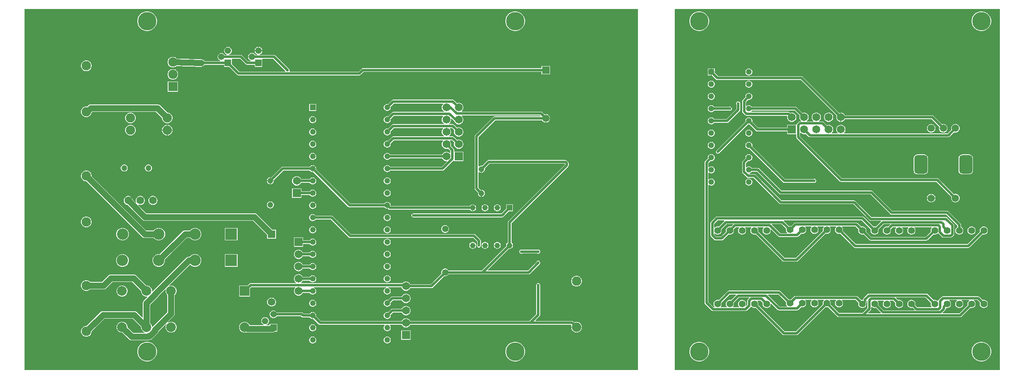
<source format=gbr>
G04*
G04 #@! TF.GenerationSoftware,Altium Limited,Altium Designer,22.4.2 (48)*
G04*
G04 Layer_Physical_Order=2*
G04 Layer_Color=16711680*
%FSLAX24Y24*%
%MOIN*%
G70*
G04*
G04 #@! TF.SameCoordinates,A9630A7D-A4A5-49CB-BB12-AA859E33B044*
G04*
G04*
G04 #@! TF.FilePolarity,Positive*
G04*
G01*
G75*
%ADD52C,0.0787*%
%ADD53R,0.0787X0.0787*%
%ADD62C,0.0500*%
%ADD63C,0.0200*%
%ADD64C,0.1500*%
%ADD65C,0.0591*%
%ADD66R,0.0591X0.0591*%
%ADD67C,0.0525*%
%ADD68R,0.0525X0.0525*%
%ADD69R,0.0466X0.0466*%
%ADD70C,0.0466*%
%ADD71C,0.0756*%
%ADD72R,0.0756X0.0756*%
%ADD73C,0.0472*%
%ADD74C,0.0650*%
%ADD75R,0.0650X0.0650*%
%ADD76C,0.0456*%
%ADD77R,0.0456X0.0456*%
%ADD78C,0.0768*%
%ADD79C,0.0921*%
%ADD80R,0.0921X0.0921*%
%ADD81R,0.0650X0.0650*%
%ADD82C,0.0620*%
%ADD83R,0.0620X0.0620*%
%ADD84C,0.0557*%
%ADD85C,0.0750*%
%ADD86C,0.0630*%
%ADD87C,0.0531*%
%ADD88C,0.0469*%
%ADD89R,0.0469X0.0469*%
G04:AMPARAMS|DCode=90|XSize=153.5mil|YSize=106.3mil|CornerRadius=26.6mil|HoleSize=0mil|Usage=FLASHONLY|Rotation=90.000|XOffset=0mil|YOffset=0mil|HoleType=Round|Shape=RoundedRectangle|*
%AMROUNDEDRECTD90*
21,1,0.1535,0.0531,0,0,90.0*
21,1,0.1004,0.1063,0,0,90.0*
1,1,0.0531,0.0266,0.0502*
1,1,0.0531,0.0266,-0.0502*
1,1,0.0531,-0.0266,-0.0502*
1,1,0.0531,-0.0266,0.0502*
%
%ADD90ROUNDEDRECTD90*%
%ADD91C,0.0236*%
G36*
X89500Y9500D02*
X63000D01*
Y39000D01*
X89500D01*
Y9500D01*
D02*
G37*
G36*
X60000D02*
X10000D01*
Y39000D01*
X60000D01*
Y9500D01*
D02*
G37*
%LPC*%
G36*
X88079Y38800D02*
X87921D01*
X87767Y38769D01*
X87621Y38709D01*
X87490Y38621D01*
X87379Y38510D01*
X87291Y38379D01*
X87231Y38233D01*
X87200Y38079D01*
Y37921D01*
X87231Y37767D01*
X87291Y37621D01*
X87379Y37490D01*
X87490Y37379D01*
X87621Y37291D01*
X87767Y37231D01*
X87921Y37200D01*
X88079D01*
X88233Y37231D01*
X88379Y37291D01*
X88510Y37379D01*
X88621Y37490D01*
X88709Y37621D01*
X88769Y37767D01*
X88800Y37921D01*
Y38079D01*
X88769Y38233D01*
X88709Y38379D01*
X88621Y38510D01*
X88510Y38621D01*
X88379Y38709D01*
X88233Y38769D01*
X88079Y38800D01*
D02*
G37*
G36*
X65079D02*
X64921D01*
X64767Y38769D01*
X64621Y38709D01*
X64490Y38621D01*
X64379Y38510D01*
X64291Y38379D01*
X64231Y38233D01*
X64200Y38079D01*
Y37921D01*
X64231Y37767D01*
X64291Y37621D01*
X64379Y37490D01*
X64490Y37379D01*
X64621Y37291D01*
X64767Y37231D01*
X64921Y37200D01*
X65079D01*
X65233Y37231D01*
X65379Y37291D01*
X65510Y37379D01*
X65621Y37490D01*
X65709Y37621D01*
X65769Y37767D01*
X65800Y37921D01*
Y38079D01*
X65769Y38233D01*
X65709Y38379D01*
X65621Y38510D01*
X65510Y38621D01*
X65379Y38709D01*
X65233Y38769D01*
X65079Y38800D01*
D02*
G37*
G36*
X66271Y34134D02*
X66012D01*
Y33875D01*
X66271D01*
Y34134D01*
D02*
G37*
G36*
X65962D02*
X65703D01*
Y33875D01*
X65962D01*
Y34134D01*
D02*
G37*
G36*
X69087D02*
X69013D01*
X68940Y34115D01*
X68875Y34077D01*
X68823Y34025D01*
X68785Y33960D01*
X68766Y33887D01*
Y33813D01*
X68785Y33740D01*
X68823Y33675D01*
X68875Y33623D01*
X68940Y33585D01*
X69013Y33566D01*
X69087D01*
X69160Y33585D01*
X69225Y33623D01*
X69277Y33675D01*
X69315Y33740D01*
X69334Y33813D01*
Y33887D01*
X69315Y33960D01*
X69277Y34025D01*
X69225Y34077D01*
X69160Y34115D01*
X69087Y34134D01*
D02*
G37*
G36*
X65962Y33825D02*
X65703D01*
Y33566D01*
X65962D01*
Y33825D01*
D02*
G37*
G36*
X69087Y33134D02*
X69013D01*
X68940Y33115D01*
X68875Y33077D01*
X68823Y33025D01*
X68785Y32960D01*
X68766Y32887D01*
Y32813D01*
X68785Y32740D01*
X68823Y32675D01*
X68875Y32623D01*
X68940Y32585D01*
X69013Y32566D01*
X69087D01*
X69160Y32585D01*
X69225Y32623D01*
X69277Y32675D01*
X69315Y32740D01*
X69334Y32813D01*
Y32887D01*
X69315Y32960D01*
X69277Y33025D01*
X69225Y33077D01*
X69160Y33115D01*
X69087Y33134D01*
D02*
G37*
G36*
X66024D02*
X65950D01*
X65877Y33115D01*
X65812Y33077D01*
X65760Y33025D01*
X65722Y32960D01*
X65703Y32887D01*
Y32813D01*
X65722Y32740D01*
X65760Y32675D01*
X65812Y32623D01*
X65877Y32585D01*
X65950Y32566D01*
X66024D01*
X66097Y32585D01*
X66162Y32623D01*
X66214Y32675D01*
X66252Y32740D01*
X66271Y32813D01*
Y32887D01*
X66252Y32960D01*
X66214Y33025D01*
X66162Y33077D01*
X66097Y33115D01*
X66024Y33134D01*
D02*
G37*
G36*
X69087Y32134D02*
X69013D01*
X68940Y32115D01*
X68875Y32077D01*
X68823Y32025D01*
X68785Y31960D01*
X68766Y31887D01*
Y31813D01*
X68772Y31788D01*
X68558Y31574D01*
X68524Y31524D01*
X68513Y31466D01*
Y30625D01*
X68524Y30566D01*
X68558Y30517D01*
X68753Y30322D01*
X68802Y30289D01*
X68861Y30277D01*
X72155D01*
X72185Y30237D01*
X72175Y30199D01*
Y30101D01*
X72201Y30005D01*
X72250Y29920D01*
X72320Y29850D01*
X72405Y29801D01*
X72501Y29775D01*
X72599D01*
X72695Y29801D01*
X72780Y29850D01*
X72850Y29920D01*
X72899Y30005D01*
X72925Y30101D01*
Y30199D01*
X72899Y30295D01*
X72850Y30380D01*
X72780Y30450D01*
X72695Y30499D01*
X72599Y30525D01*
X72501D01*
X72415Y30502D01*
X72378Y30538D01*
X72329Y30571D01*
X72270Y30583D01*
X69252D01*
X69248Y30590D01*
X69235Y30633D01*
X69277Y30675D01*
X69290Y30697D01*
X72787D01*
X73198Y30285D01*
X73175Y30199D01*
Y30101D01*
X73201Y30005D01*
X73250Y29920D01*
X73317Y29853D01*
X73315Y29834D01*
X73307Y29803D01*
X73220D01*
X73161Y29791D01*
X73112Y29758D01*
X72962Y29608D01*
X72929Y29559D01*
X72922Y29525D01*
X72175D01*
Y29303D01*
X69813D01*
X69328Y29788D01*
X69334Y29813D01*
Y29887D01*
X69315Y29960D01*
X69277Y30025D01*
X69225Y30077D01*
X69160Y30115D01*
X69087Y30134D01*
X69013D01*
X68940Y30115D01*
X68875Y30077D01*
X68823Y30025D01*
X68785Y29960D01*
X68766Y29887D01*
Y29813D01*
X68772Y29788D01*
X66412Y27428D01*
X66379Y27379D01*
X66367Y27320D01*
X66379Y27261D01*
X66412Y27212D01*
X66461Y27179D01*
X66520Y27167D01*
X66579Y27179D01*
X66628Y27212D01*
X68988Y29572D01*
X69013Y29566D01*
X69087D01*
X69112Y29572D01*
X69642Y29042D01*
X69691Y29009D01*
X69750Y28997D01*
X72175D01*
Y28775D01*
X72917D01*
Y28530D01*
X72929Y28471D01*
X72962Y28422D01*
X76472Y24912D01*
X76521Y24879D01*
X76580Y24867D01*
X84345D01*
X85557Y23655D01*
X85539Y23590D01*
Y23499D01*
X85563Y23411D01*
X85608Y23332D01*
X85672Y23268D01*
X85751Y23222D01*
X85839Y23199D01*
X85930D01*
X86018Y23222D01*
X86096Y23268D01*
X86161Y23332D01*
X86206Y23411D01*
X86230Y23499D01*
Y23590D01*
X86206Y23677D01*
X86161Y23756D01*
X86096Y23820D01*
X86018Y23866D01*
X85930Y23889D01*
X85839D01*
X85773Y23872D01*
X84516Y25128D01*
X84467Y25161D01*
X84408Y25173D01*
X76643D01*
X73223Y28593D01*
Y28876D01*
X73273Y28897D01*
X73320Y28850D01*
X73405Y28801D01*
X73501Y28775D01*
X73599D01*
X73685Y28798D01*
X73922Y28562D01*
X73971Y28529D01*
X74030Y28517D01*
X85302D01*
X85360Y28529D01*
X85410Y28562D01*
X85773Y28925D01*
X85839Y28907D01*
X85930D01*
X86018Y28931D01*
X86096Y28976D01*
X86161Y29041D01*
X86206Y29119D01*
X86230Y29207D01*
Y29298D01*
X86206Y29386D01*
X86161Y29465D01*
X86096Y29529D01*
X86018Y29574D01*
X85930Y29598D01*
X85839D01*
X85751Y29574D01*
X85672Y29529D01*
X85608Y29465D01*
X85563Y29386D01*
X85539Y29298D01*
Y29207D01*
X85557Y29141D01*
X85238Y28823D01*
X76824D01*
X76803Y28873D01*
X76850Y28920D01*
X76899Y29005D01*
X76925Y29101D01*
Y29199D01*
X76899Y29295D01*
X76850Y29380D01*
X76780Y29450D01*
X76695Y29499D01*
X76599Y29525D01*
X76501D01*
X76405Y29499D01*
X76320Y29450D01*
X76250Y29380D01*
X76201Y29295D01*
X76175Y29199D01*
Y29101D01*
X76201Y29005D01*
X76250Y28920D01*
X76297Y28873D01*
X76276Y28823D01*
X75824D01*
X75803Y28873D01*
X75850Y28920D01*
X75899Y29005D01*
X75925Y29101D01*
Y29199D01*
X75899Y29295D01*
X75850Y29380D01*
X75780Y29450D01*
X75695Y29499D01*
X75599Y29525D01*
X75501D01*
X75415Y29502D01*
X75158Y29758D01*
X75109Y29791D01*
X75050Y29803D01*
X74793D01*
X74785Y29834D01*
X74783Y29853D01*
X74850Y29920D01*
X74899Y30005D01*
X74925Y30101D01*
Y30199D01*
X74899Y30295D01*
X74850Y30380D01*
X74780Y30450D01*
X74695Y30499D01*
X74599Y30525D01*
X74501D01*
X74405Y30499D01*
X74320Y30450D01*
X74250Y30380D01*
X74201Y30295D01*
X74175Y30199D01*
Y30101D01*
X74201Y30005D01*
X74250Y29920D01*
X74317Y29853D01*
X74315Y29834D01*
X74307Y29803D01*
X73793D01*
X73785Y29834D01*
X73783Y29853D01*
X73850Y29920D01*
X73899Y30005D01*
X73925Y30101D01*
Y30199D01*
X73899Y30295D01*
X73850Y30380D01*
X73780Y30450D01*
X73695Y30499D01*
X73599Y30525D01*
X73501D01*
X73415Y30502D01*
X72958Y30958D01*
X72909Y30991D01*
X72850Y31003D01*
X69290D01*
X69277Y31025D01*
X69225Y31077D01*
X69160Y31115D01*
X69087Y31134D01*
X69013D01*
X68940Y31115D01*
X68875Y31077D01*
X68869Y31071D01*
X68819Y31091D01*
Y31402D01*
X68988Y31572D01*
X69013Y31566D01*
X69087D01*
X69160Y31585D01*
X69225Y31623D01*
X69277Y31675D01*
X69315Y31740D01*
X69334Y31813D01*
Y31887D01*
X69315Y31960D01*
X69277Y32025D01*
X69225Y32077D01*
X69160Y32115D01*
X69087Y32134D01*
D02*
G37*
G36*
X66024D02*
X65950D01*
X65877Y32115D01*
X65812Y32077D01*
X65760Y32025D01*
X65722Y31960D01*
X65703Y31887D01*
Y31813D01*
X65722Y31740D01*
X65760Y31675D01*
X65812Y31623D01*
X65877Y31585D01*
X65950Y31566D01*
X66024D01*
X66097Y31585D01*
X66162Y31623D01*
X66214Y31675D01*
X66252Y31740D01*
X66271Y31813D01*
Y31887D01*
X66252Y31960D01*
X66214Y32025D01*
X66162Y32077D01*
X66097Y32115D01*
X66024Y32134D01*
D02*
G37*
G36*
Y31134D02*
X65950D01*
X65877Y31115D01*
X65812Y31077D01*
X65760Y31025D01*
X65722Y30960D01*
X65703Y30887D01*
Y30813D01*
X65722Y30740D01*
X65760Y30675D01*
X65812Y30623D01*
X65877Y30585D01*
X65950Y30566D01*
X66024D01*
X66097Y30585D01*
X66162Y30623D01*
X66214Y30675D01*
X66227Y30697D01*
X67430D01*
X67467Y30682D01*
X67533D01*
X67595Y30707D01*
X67643Y30755D01*
X67668Y30817D01*
Y30883D01*
X67643Y30945D01*
X67595Y30993D01*
X67533Y31018D01*
X67467D01*
X67430Y31003D01*
X66227D01*
X66214Y31025D01*
X66162Y31077D01*
X66097Y31115D01*
X66024Y31134D01*
D02*
G37*
G36*
X66271Y33825D02*
X66012D01*
Y33566D01*
X66055D01*
X66379Y33242D01*
X66428Y33209D01*
X66487Y33197D01*
X73287D01*
X76198Y30285D01*
X76175Y30199D01*
Y30175D01*
X76525D01*
Y30525D01*
X76501D01*
X76415Y30502D01*
X73458Y33458D01*
X73409Y33491D01*
X73350Y33503D01*
X66550D01*
X66271Y33782D01*
Y33825D01*
D02*
G37*
G36*
X68223Y31438D02*
X68157D01*
X68095Y31413D01*
X68047Y31365D01*
X68022Y31303D01*
Y31237D01*
X68037Y31200D01*
Y30833D01*
X67207Y30003D01*
X66227D01*
X66214Y30025D01*
X66162Y30077D01*
X66097Y30115D01*
X66024Y30134D01*
X65950D01*
X65877Y30115D01*
X65812Y30077D01*
X65760Y30025D01*
X65722Y29960D01*
X65703Y29887D01*
Y29813D01*
X65722Y29740D01*
X65760Y29675D01*
X65812Y29623D01*
X65877Y29585D01*
X65950Y29566D01*
X66024D01*
X66097Y29585D01*
X66162Y29623D01*
X66214Y29675D01*
X66227Y29697D01*
X67270D01*
X67329Y29709D01*
X67378Y29742D01*
X68298Y30662D01*
X68331Y30711D01*
X68343Y30770D01*
Y31200D01*
X68358Y31237D01*
Y31303D01*
X68333Y31365D01*
X68285Y31413D01*
X68223Y31438D01*
D02*
G37*
G36*
X76525Y30125D02*
X76175D01*
Y30101D01*
X76201Y30005D01*
X76250Y29920D01*
X76320Y29850D01*
X76405Y29801D01*
X76501Y29775D01*
X76525D01*
Y30125D01*
D02*
G37*
G36*
X75599Y30525D02*
X75501D01*
X75405Y30499D01*
X75320Y30450D01*
X75250Y30380D01*
X75201Y30295D01*
X75175Y30199D01*
Y30101D01*
X75201Y30005D01*
X75250Y29920D01*
X75320Y29850D01*
X75405Y29801D01*
X75501Y29775D01*
X75599D01*
X75695Y29801D01*
X75780Y29850D01*
X75850Y29920D01*
X75899Y30005D01*
X75925Y30101D01*
Y30199D01*
X75899Y30295D01*
X75850Y30380D01*
X75780Y30450D01*
X75695Y30499D01*
X75599Y30525D01*
D02*
G37*
G36*
X84945Y29598D02*
X84925D01*
Y29278D01*
X85245D01*
Y29298D01*
X85222Y29386D01*
X85176Y29465D01*
X85112Y29529D01*
X85033Y29574D01*
X84945Y29598D01*
D02*
G37*
G36*
X76599Y30525D02*
X76575D01*
Y30150D01*
Y29775D01*
X76599D01*
X76695Y29801D01*
X76780Y29850D01*
X76850Y29920D01*
X76894Y29997D01*
X83939D01*
X84572Y29364D01*
X84555Y29298D01*
Y29278D01*
X84875D01*
Y29598D01*
X84855D01*
X84789Y29580D01*
X84111Y30258D01*
X84061Y30291D01*
X84003Y30303D01*
X76894D01*
X76850Y30380D01*
X76780Y30450D01*
X76695Y30499D01*
X76599Y30525D01*
D02*
G37*
G36*
X85245Y29228D02*
X84925D01*
Y28907D01*
X84945D01*
X85033Y28931D01*
X85112Y28976D01*
X85176Y29041D01*
X85222Y29119D01*
X85245Y29207D01*
Y29228D01*
D02*
G37*
G36*
X84875D02*
X84555D01*
Y29207D01*
X84578Y29119D01*
X84624Y29041D01*
X84688Y28976D01*
X84767Y28931D01*
X84855Y28907D01*
X84875D01*
Y29228D01*
D02*
G37*
G36*
X83961Y29598D02*
X83870D01*
X83782Y29574D01*
X83704Y29529D01*
X83639Y29465D01*
X83594Y29386D01*
X83570Y29298D01*
Y29207D01*
X83594Y29119D01*
X83639Y29041D01*
X83704Y28976D01*
X83782Y28931D01*
X83870Y28907D01*
X83961D01*
X84049Y28931D01*
X84128Y28976D01*
X84192Y29041D01*
X84237Y29119D01*
X84261Y29207D01*
Y29298D01*
X84237Y29386D01*
X84192Y29465D01*
X84128Y29529D01*
X84049Y29574D01*
X83961Y29598D01*
D02*
G37*
G36*
X69087Y29134D02*
X69013D01*
X68940Y29115D01*
X68875Y29077D01*
X68823Y29025D01*
X68785Y28960D01*
X68766Y28887D01*
Y28813D01*
X68785Y28740D01*
X68823Y28675D01*
X68875Y28623D01*
X68940Y28585D01*
X69013Y28566D01*
X69087D01*
X69160Y28585D01*
X69225Y28623D01*
X69277Y28675D01*
X69315Y28740D01*
X69334Y28813D01*
Y28887D01*
X69315Y28960D01*
X69277Y29025D01*
X69225Y29077D01*
X69160Y29115D01*
X69087Y29134D01*
D02*
G37*
G36*
X66024D02*
X65950D01*
X65877Y29115D01*
X65812Y29077D01*
X65760Y29025D01*
X65722Y28960D01*
X65703Y28887D01*
Y28813D01*
X65722Y28740D01*
X65760Y28675D01*
X65812Y28623D01*
X65877Y28585D01*
X65950Y28566D01*
X66024D01*
X66097Y28585D01*
X66162Y28623D01*
X66214Y28675D01*
X66252Y28740D01*
X66271Y28813D01*
Y28887D01*
X66252Y28960D01*
X66214Y29025D01*
X66162Y29077D01*
X66097Y29115D01*
X66024Y29134D01*
D02*
G37*
G36*
Y28134D02*
X65950D01*
X65877Y28115D01*
X65812Y28077D01*
X65760Y28025D01*
X65722Y27960D01*
X65703Y27887D01*
Y27813D01*
X65722Y27740D01*
X65760Y27675D01*
X65812Y27623D01*
X65877Y27585D01*
X65950Y27566D01*
X66024D01*
X66097Y27585D01*
X66162Y27623D01*
X66214Y27675D01*
X66252Y27740D01*
X66271Y27813D01*
Y27887D01*
X66252Y27960D01*
X66214Y28025D01*
X66162Y28077D01*
X66097Y28115D01*
X66024Y28134D01*
D02*
G37*
G36*
X69087Y27134D02*
X69013D01*
X68940Y27115D01*
X68875Y27077D01*
X68823Y27025D01*
X68785Y26960D01*
X68766Y26887D01*
Y26813D01*
X68772Y26788D01*
X68552Y26568D01*
X68519Y26519D01*
X68507Y26460D01*
Y25690D01*
X68519Y25631D01*
X68552Y25582D01*
X68892Y25242D01*
X68941Y25209D01*
X69000Y25197D01*
X69447D01*
X71552Y23092D01*
X71601Y23059D01*
X71660Y23047D01*
X77567D01*
X78882Y21732D01*
X78931Y21699D01*
X78990Y21687D01*
X79800D01*
X79821Y21637D01*
X79398Y21214D01*
X79343Y21228D01*
X79257D01*
X79202Y21214D01*
X78428Y21988D01*
X78379Y22021D01*
X78320Y22033D01*
X66450D01*
X66391Y22021D01*
X66342Y21988D01*
X65962Y21608D01*
X65929Y21559D01*
X65917Y21500D01*
Y20530D01*
X65929Y20471D01*
X65962Y20422D01*
X66242Y20142D01*
X66291Y20109D01*
X66350Y20097D01*
X66850D01*
X66909Y20109D01*
X66958Y20142D01*
X67402Y20586D01*
X67457Y20572D01*
X67543D01*
X67627Y20594D01*
X67702Y20637D01*
X67763Y20698D01*
X67806Y20773D01*
X67828Y20857D01*
Y20943D01*
X67814Y20998D01*
X67992Y21175D01*
X68240D01*
X68261Y21125D01*
X68237Y21102D01*
X68194Y21027D01*
X68172Y20943D01*
Y20857D01*
X68194Y20773D01*
X68237Y20698D01*
X68298Y20637D01*
X68373Y20594D01*
X68457Y20572D01*
X68543D01*
X68627Y20594D01*
X68702Y20637D01*
X68763Y20698D01*
X68806Y20773D01*
X68828Y20857D01*
Y20943D01*
X68806Y21027D01*
X68763Y21102D01*
X68739Y21125D01*
X68760Y21175D01*
X69240D01*
X69261Y21125D01*
X69237Y21102D01*
X69194Y21027D01*
X69172Y20943D01*
Y20857D01*
X69194Y20773D01*
X69237Y20698D01*
X69298Y20637D01*
X69373Y20594D01*
X69457Y20572D01*
X69543D01*
X69598Y20586D01*
X71792Y18392D01*
X71841Y18359D01*
X71900Y18347D01*
X72950D01*
X73009Y18359D01*
X73058Y18392D01*
X75302Y20636D01*
X75357Y20622D01*
X75443D01*
X75527Y20644D01*
X75602Y20687D01*
X75663Y20748D01*
X75706Y20823D01*
X75728Y20907D01*
Y20993D01*
X75706Y21077D01*
X75663Y21152D01*
X75627Y21187D01*
X75648Y21237D01*
X76152D01*
X76173Y21187D01*
X76137Y21152D01*
X76094Y21077D01*
X76072Y20993D01*
Y20907D01*
X76094Y20823D01*
X76137Y20748D01*
X76198Y20687D01*
X76273Y20644D01*
X76357Y20622D01*
X76443D01*
X76498Y20636D01*
X77612Y19522D01*
X77661Y19489D01*
X77720Y19477D01*
X86930D01*
X86989Y19489D01*
X87038Y19522D01*
X88102Y20586D01*
X88157Y20572D01*
X88243D01*
X88327Y20594D01*
X88402Y20637D01*
X88463Y20698D01*
X88506Y20773D01*
X88528Y20857D01*
Y20943D01*
X88506Y21027D01*
X88463Y21102D01*
X88402Y21163D01*
X88327Y21206D01*
X88243Y21228D01*
X88157D01*
X88073Y21206D01*
X87998Y21163D01*
X87937Y21102D01*
X87894Y21027D01*
X87872Y20943D01*
Y20857D01*
X87886Y20802D01*
X86867Y19783D01*
X77783D01*
X76714Y20852D01*
X76728Y20907D01*
Y20993D01*
X76706Y21077D01*
X76663Y21152D01*
X76627Y21187D01*
X76648Y21237D01*
X77747D01*
X77986Y20998D01*
X77972Y20943D01*
Y20857D01*
X77994Y20773D01*
X78037Y20698D01*
X78098Y20637D01*
X78173Y20594D01*
X78257Y20572D01*
X78343D01*
X78398Y20586D01*
X78870Y20113D01*
X78920Y20080D01*
X78978Y20069D01*
X83522D01*
X83580Y20080D01*
X83630Y20113D01*
X84102Y20586D01*
X84157Y20572D01*
X84243D01*
X84327Y20594D01*
X84402Y20637D01*
X84441Y20677D01*
X84445Y20678D01*
X84501Y20670D01*
X84501Y20670D01*
X84520Y20642D01*
X84800Y20362D01*
X84850Y20329D01*
X84908Y20317D01*
X85500D01*
X85559Y20329D01*
X85608Y20362D01*
X85738Y20492D01*
X85771Y20541D01*
X85783Y20600D01*
Y21330D01*
X85771Y21389D01*
X85738Y21438D01*
X85228Y21948D01*
X85179Y21981D01*
X85120Y21993D01*
X79053D01*
X77738Y23308D01*
X77689Y23341D01*
X77630Y23353D01*
X71723D01*
X69618Y25458D01*
X69569Y25491D01*
X69510Y25503D01*
X69099D01*
X69090Y25517D01*
X69090Y25522D01*
X69113Y25573D01*
X69160Y25585D01*
X69225Y25623D01*
X69277Y25675D01*
X69290Y25697D01*
X69727D01*
X71532Y23892D01*
X71581Y23859D01*
X71640Y23847D01*
X78966D01*
X80572Y22242D01*
X80621Y22209D01*
X80680Y22197D01*
X85144D01*
X86047Y21294D01*
Y21191D01*
X85998Y21163D01*
X85937Y21102D01*
X85894Y21027D01*
X85872Y20943D01*
Y20857D01*
X85894Y20773D01*
X85937Y20698D01*
X85998Y20637D01*
X86073Y20594D01*
X86157Y20572D01*
X86243D01*
X86327Y20594D01*
X86402Y20637D01*
X86463Y20698D01*
X86506Y20773D01*
X86528Y20857D01*
Y20943D01*
X86506Y21027D01*
X86463Y21102D01*
X86402Y21163D01*
X86353Y21191D01*
Y21357D01*
X86341Y21416D01*
X86308Y21465D01*
X85315Y22458D01*
X85266Y22491D01*
X85207Y22503D01*
X80743D01*
X79138Y24108D01*
X79088Y24141D01*
X79030Y24153D01*
X71703D01*
X69898Y25958D01*
X69849Y25991D01*
X69790Y26003D01*
X69290D01*
X69277Y26025D01*
X69225Y26077D01*
X69160Y26115D01*
X69087Y26134D01*
X69013D01*
X68940Y26115D01*
X68875Y26077D01*
X68863Y26065D01*
X68813Y26086D01*
Y26397D01*
X68988Y26572D01*
X69013Y26566D01*
X69087D01*
X69160Y26585D01*
X69225Y26623D01*
X69277Y26675D01*
X69315Y26740D01*
X69334Y26813D01*
Y26887D01*
X69315Y26960D01*
X69277Y27025D01*
X69225Y27077D01*
X69160Y27115D01*
X69087Y27134D01*
D02*
G37*
G36*
X66024D02*
X65950D01*
X65877Y27115D01*
X65812Y27077D01*
X65760Y27025D01*
X65722Y26960D01*
X65703Y26887D01*
Y26813D01*
X65709Y26788D01*
X65492Y26571D01*
X65459Y26522D01*
X65447Y26463D01*
Y15000D01*
X65459Y14941D01*
X65492Y14892D01*
X66022Y14362D01*
X66071Y14329D01*
X66130Y14317D01*
X68790D01*
X68849Y14329D01*
X68898Y14362D01*
X69178Y14642D01*
X69197Y14671D01*
X69199Y14672D01*
X69253Y14679D01*
X69258Y14678D01*
X69298Y14637D01*
X69373Y14594D01*
X69457Y14572D01*
X69543D01*
X69598Y14586D01*
X71792Y12392D01*
X71841Y12359D01*
X71900Y12347D01*
X72950D01*
X73009Y12359D01*
X73058Y12392D01*
X75302Y14636D01*
X75357Y14622D01*
X75443D01*
X75498Y14636D01*
X76242Y13892D01*
X76259Y13880D01*
X76270Y13864D01*
X76320Y13830D01*
X76378Y13819D01*
X86272D01*
X86330Y13830D01*
X86380Y13864D01*
X87102Y14586D01*
X87157Y14572D01*
X87243D01*
X87327Y14594D01*
X87402Y14637D01*
X87463Y14698D01*
X87506Y14773D01*
X87528Y14857D01*
Y14943D01*
X87506Y15027D01*
X87463Y15102D01*
X87402Y15163D01*
X87394Y15167D01*
X87408Y15217D01*
X87667D01*
X87886Y14998D01*
X87872Y14943D01*
Y14857D01*
X87894Y14773D01*
X87937Y14698D01*
X87998Y14637D01*
X88073Y14594D01*
X88157Y14572D01*
X88243D01*
X88327Y14594D01*
X88402Y14637D01*
X88463Y14698D01*
X88506Y14773D01*
X88528Y14857D01*
Y14943D01*
X88506Y15027D01*
X88463Y15102D01*
X88402Y15163D01*
X88327Y15206D01*
X88243Y15228D01*
X88157D01*
X88102Y15214D01*
X87838Y15478D01*
X87789Y15511D01*
X87730Y15523D01*
X84875D01*
X84816Y15511D01*
X84767Y15478D01*
X84522Y15233D01*
X84489Y15184D01*
X84483Y15153D01*
X84428Y15136D01*
X84402Y15163D01*
X84327Y15206D01*
X84243Y15228D01*
X84157D01*
X84102Y15214D01*
X83630Y15687D01*
X83580Y15720D01*
X83522Y15731D01*
X78832D01*
X78774Y15720D01*
X78724Y15687D01*
X78396Y15358D01*
X78363Y15309D01*
X78356Y15277D01*
X78343Y15228D01*
X78257D01*
X78202Y15214D01*
X77928Y15488D01*
X77879Y15521D01*
X77820Y15533D01*
X72830D01*
X72771Y15521D01*
X72722Y15488D01*
X72498Y15264D01*
X72443Y15278D01*
X72357D01*
X72302Y15264D01*
X71630Y15936D01*
X71580Y15970D01*
X71522Y15981D01*
X67428D01*
X67370Y15970D01*
X67320Y15936D01*
X66598Y15214D01*
X66543Y15228D01*
X66457D01*
X66373Y15206D01*
X66298Y15163D01*
X66237Y15102D01*
X66194Y15027D01*
X66172Y14943D01*
Y14857D01*
X66194Y14773D01*
X66237Y14698D01*
X66263Y14673D01*
X66242Y14623D01*
X66193D01*
X65753Y15063D01*
Y24611D01*
X65803Y24632D01*
X65812Y24623D01*
X65877Y24585D01*
X65950Y24566D01*
X66024D01*
X66097Y24585D01*
X66162Y24623D01*
X66214Y24675D01*
X66252Y24740D01*
X66271Y24813D01*
Y24887D01*
X66252Y24960D01*
X66214Y25025D01*
X66162Y25077D01*
X66097Y25115D01*
X66024Y25134D01*
X65950D01*
X65877Y25115D01*
X65812Y25077D01*
X65803Y25068D01*
X65753Y25089D01*
Y25611D01*
X65803Y25632D01*
X65812Y25623D01*
X65877Y25585D01*
X65950Y25566D01*
X66024D01*
X66097Y25585D01*
X66162Y25623D01*
X66214Y25675D01*
X66252Y25740D01*
X66271Y25813D01*
Y25887D01*
X66252Y25960D01*
X66214Y26025D01*
X66162Y26077D01*
X66097Y26115D01*
X66024Y26134D01*
X65950D01*
X65877Y26115D01*
X65812Y26077D01*
X65803Y26068D01*
X65753Y26089D01*
Y26400D01*
X65925Y26572D01*
X65950Y26566D01*
X66024D01*
X66097Y26585D01*
X66162Y26623D01*
X66214Y26675D01*
X66252Y26740D01*
X66271Y26813D01*
Y26887D01*
X66252Y26960D01*
X66214Y27025D01*
X66162Y27077D01*
X66097Y27115D01*
X66024Y27134D01*
D02*
G37*
G36*
X86996Y27120D02*
X86465D01*
X86383Y27110D01*
X86306Y27078D01*
X86240Y27027D01*
X86189Y26961D01*
X86157Y26884D01*
X86146Y26802D01*
Y25798D01*
X86157Y25716D01*
X86189Y25639D01*
X86240Y25573D01*
X86306Y25522D01*
X86383Y25490D01*
X86465Y25480D01*
X86996D01*
X87079Y25490D01*
X87156Y25522D01*
X87222Y25573D01*
X87272Y25639D01*
X87304Y25716D01*
X87315Y25798D01*
Y26802D01*
X87304Y26884D01*
X87272Y26961D01*
X87222Y27027D01*
X87156Y27078D01*
X87079Y27110D01*
X86996Y27120D01*
D02*
G37*
G36*
X83335D02*
X82804D01*
X82721Y27110D01*
X82644Y27078D01*
X82578Y27027D01*
X82528Y26961D01*
X82496Y26884D01*
X82485Y26802D01*
Y25798D01*
X82496Y25716D01*
X82528Y25639D01*
X82578Y25573D01*
X82644Y25522D01*
X82721Y25490D01*
X82804Y25480D01*
X83335D01*
X83417Y25490D01*
X83494Y25522D01*
X83560Y25573D01*
X83611Y25639D01*
X83643Y25716D01*
X83654Y25798D01*
Y26802D01*
X83643Y26884D01*
X83611Y26961D01*
X83560Y27027D01*
X83494Y27078D01*
X83417Y27110D01*
X83335Y27120D01*
D02*
G37*
G36*
X69087Y28134D02*
X69013D01*
X68940Y28115D01*
X68875Y28077D01*
X68823Y28025D01*
X68785Y27960D01*
X68766Y27887D01*
Y27813D01*
X68785Y27740D01*
X68823Y27675D01*
X68875Y27623D01*
X68940Y27585D01*
X69013Y27566D01*
X69087D01*
X69112Y27572D01*
X71842Y24842D01*
X71891Y24809D01*
X71950Y24797D01*
X74300D01*
X74337Y24782D01*
X74403D01*
X74465Y24807D01*
X74513Y24855D01*
X74538Y24917D01*
Y24983D01*
X74513Y25045D01*
X74465Y25093D01*
X74403Y25118D01*
X74337D01*
X74300Y25103D01*
X72013D01*
X69328Y27788D01*
X69334Y27813D01*
Y27887D01*
X69315Y27960D01*
X69277Y28025D01*
X69225Y28077D01*
X69160Y28115D01*
X69087Y28134D01*
D02*
G37*
G36*
Y25134D02*
X69013D01*
X68940Y25115D01*
X68875Y25077D01*
X68823Y25025D01*
X68785Y24960D01*
X68766Y24887D01*
Y24813D01*
X68785Y24740D01*
X68823Y24675D01*
X68875Y24623D01*
X68940Y24585D01*
X69013Y24566D01*
X69087D01*
X69160Y24585D01*
X69225Y24623D01*
X69277Y24675D01*
X69315Y24740D01*
X69334Y24813D01*
Y24887D01*
X69315Y24960D01*
X69277Y25025D01*
X69225Y25077D01*
X69160Y25115D01*
X69087Y25134D01*
D02*
G37*
G36*
X83961Y23889D02*
X83941D01*
Y23569D01*
X84261D01*
Y23590D01*
X84237Y23677D01*
X84192Y23756D01*
X84128Y23820D01*
X84049Y23866D01*
X83961Y23889D01*
D02*
G37*
G36*
X83891D02*
X83870D01*
X83782Y23866D01*
X83704Y23820D01*
X83639Y23756D01*
X83594Y23677D01*
X83570Y23590D01*
Y23569D01*
X83891D01*
Y23889D01*
D02*
G37*
G36*
X84261Y23519D02*
X83941D01*
Y23199D01*
X83961D01*
X84049Y23222D01*
X84128Y23268D01*
X84192Y23332D01*
X84237Y23411D01*
X84261Y23499D01*
Y23519D01*
D02*
G37*
G36*
X83891D02*
X83570D01*
Y23499D01*
X83594Y23411D01*
X83639Y23332D01*
X83704Y23268D01*
X83782Y23222D01*
X83870Y23199D01*
X83891D01*
Y23519D01*
D02*
G37*
G36*
X87243Y21228D02*
X87157D01*
X87073Y21206D01*
X86998Y21163D01*
X86937Y21102D01*
X86894Y21027D01*
X86872Y20943D01*
Y20857D01*
X86894Y20773D01*
X86937Y20698D01*
X86998Y20637D01*
X87073Y20594D01*
X87157Y20572D01*
X87243D01*
X87327Y20594D01*
X87402Y20637D01*
X87463Y20698D01*
X87506Y20773D01*
X87528Y20857D01*
Y20943D01*
X87506Y21027D01*
X87463Y21102D01*
X87402Y21163D01*
X87327Y21206D01*
X87243Y21228D01*
D02*
G37*
G36*
X88079Y11800D02*
X87921D01*
X87767Y11769D01*
X87621Y11709D01*
X87490Y11621D01*
X87379Y11510D01*
X87291Y11379D01*
X87231Y11233D01*
X87200Y11079D01*
Y10921D01*
X87231Y10767D01*
X87291Y10621D01*
X87379Y10490D01*
X87490Y10379D01*
X87621Y10291D01*
X87767Y10231D01*
X87921Y10200D01*
X88079D01*
X88233Y10231D01*
X88379Y10291D01*
X88510Y10379D01*
X88621Y10490D01*
X88709Y10621D01*
X88769Y10767D01*
X88800Y10921D01*
Y11079D01*
X88769Y11233D01*
X88709Y11379D01*
X88621Y11510D01*
X88510Y11621D01*
X88379Y11709D01*
X88233Y11769D01*
X88079Y11800D01*
D02*
G37*
G36*
X65079D02*
X64921D01*
X64767Y11769D01*
X64621Y11709D01*
X64490Y11621D01*
X64379Y11510D01*
X64291Y11379D01*
X64231Y11233D01*
X64200Y11079D01*
Y10921D01*
X64231Y10767D01*
X64291Y10621D01*
X64379Y10490D01*
X64490Y10379D01*
X64621Y10291D01*
X64767Y10231D01*
X64921Y10200D01*
X65079D01*
X65233Y10231D01*
X65379Y10291D01*
X65510Y10379D01*
X65621Y10490D01*
X65709Y10621D01*
X65769Y10767D01*
X65800Y10921D01*
Y11079D01*
X65769Y11233D01*
X65709Y11379D01*
X65621Y11510D01*
X65510Y11621D01*
X65379Y11709D01*
X65233Y11769D01*
X65079Y11800D01*
D02*
G37*
%LPD*%
G36*
X78986Y20998D02*
X78972Y20943D01*
Y20857D01*
X78994Y20773D01*
X79037Y20698D01*
X79098Y20637D01*
X79173Y20594D01*
X79257Y20572D01*
X79343D01*
X79427Y20594D01*
X79502Y20637D01*
X79563Y20698D01*
X79606Y20773D01*
X79628Y20857D01*
Y20943D01*
X79614Y20998D01*
X80042Y21425D01*
X80544D01*
X80563Y21379D01*
X80398Y21214D01*
X80343Y21228D01*
X80257D01*
X80173Y21206D01*
X80098Y21163D01*
X80037Y21102D01*
X79994Y21027D01*
X79972Y20943D01*
Y20857D01*
X79994Y20773D01*
X80037Y20698D01*
X80098Y20637D01*
X80173Y20594D01*
X80257Y20572D01*
X80343D01*
X80427Y20594D01*
X80502Y20637D01*
X80563Y20698D01*
X80606Y20773D01*
X80628Y20857D01*
Y20943D01*
X80614Y20998D01*
X80792Y21175D01*
X81040D01*
X81061Y21125D01*
X81037Y21102D01*
X80994Y21027D01*
X80972Y20943D01*
Y20857D01*
X80994Y20773D01*
X81037Y20698D01*
X81098Y20637D01*
X81173Y20594D01*
X81257Y20572D01*
X81343D01*
X81427Y20594D01*
X81502Y20637D01*
X81563Y20698D01*
X81606Y20773D01*
X81628Y20857D01*
Y20943D01*
X81606Y21027D01*
X81563Y21102D01*
X81539Y21125D01*
X81560Y21175D01*
X82040D01*
X82061Y21125D01*
X82037Y21102D01*
X81994Y21027D01*
X81972Y20943D01*
Y20857D01*
X81994Y20773D01*
X82037Y20698D01*
X82098Y20637D01*
X82173Y20594D01*
X82257Y20572D01*
X82343D01*
X82427Y20594D01*
X82502Y20637D01*
X82563Y20698D01*
X82606Y20773D01*
X82628Y20857D01*
Y20943D01*
X82606Y21027D01*
X82563Y21102D01*
X82539Y21125D01*
X82560Y21175D01*
X83940D01*
X83961Y21125D01*
X83937Y21102D01*
X83894Y21027D01*
X83872Y20943D01*
Y20857D01*
X83886Y20802D01*
X83458Y20375D01*
X79042D01*
X78614Y20802D01*
X78628Y20857D01*
Y20943D01*
X78606Y21027D01*
X78563Y21102D01*
X78502Y21163D01*
X78427Y21206D01*
X78343Y21228D01*
X78257D01*
X78202Y21214D01*
X77918Y21498D01*
X77869Y21531D01*
X77810Y21543D01*
X72840D01*
X72781Y21531D01*
X72732Y21498D01*
X72498Y21264D01*
X72443Y21278D01*
X72357D01*
X72302Y21264D01*
X71889Y21677D01*
X71899Y21714D01*
X71908Y21727D01*
X78257D01*
X78986Y20998D01*
D02*
G37*
G36*
X67763Y21379D02*
X67598Y21214D01*
X67543Y21228D01*
X67457D01*
X67373Y21206D01*
X67298Y21163D01*
X67237Y21102D01*
X67194Y21027D01*
X67172Y20943D01*
Y20857D01*
X67186Y20802D01*
X66787Y20403D01*
X66413D01*
X66223Y20593D01*
Y20642D01*
X66273Y20663D01*
X66298Y20637D01*
X66373Y20594D01*
X66457Y20572D01*
X66543D01*
X66627Y20594D01*
X66702Y20637D01*
X66763Y20698D01*
X66806Y20773D01*
X66828Y20857D01*
Y20943D01*
X66814Y20998D01*
X67242Y21425D01*
X67744D01*
X67763Y21379D01*
D02*
G37*
G36*
X67051Y21714D02*
X67061Y21677D01*
X66598Y21214D01*
X66543Y21228D01*
X66457D01*
X66373Y21206D01*
X66298Y21163D01*
X66273Y21137D01*
X66223Y21158D01*
Y21437D01*
X66513Y21727D01*
X67042D01*
X67051Y21714D01*
D02*
G37*
G36*
X72086Y21048D02*
X72072Y20993D01*
Y20907D01*
X72094Y20823D01*
X72137Y20748D01*
X72163Y20723D01*
X72142Y20673D01*
X71622D01*
X70915Y21379D01*
X70935Y21425D01*
X71708D01*
X72086Y21048D01*
D02*
G37*
G36*
X75173Y21187D02*
X75137Y21152D01*
X75094Y21077D01*
X75072Y20993D01*
Y20907D01*
X75086Y20852D01*
X72887Y18653D01*
X71963D01*
X69814Y20802D01*
X69828Y20857D01*
Y20943D01*
X69806Y21027D01*
X69763Y21102D01*
X69739Y21125D01*
X69760Y21175D01*
X70240D01*
X70261Y21125D01*
X70237Y21102D01*
X70194Y21027D01*
X70172Y20943D01*
Y20857D01*
X70194Y20773D01*
X70237Y20698D01*
X70298Y20637D01*
X70373Y20594D01*
X70457Y20572D01*
X70543D01*
X70627Y20594D01*
X70702Y20637D01*
X70763Y20698D01*
X70806Y20773D01*
X70828Y20857D01*
Y20943D01*
X70821Y20970D01*
X70866Y20996D01*
X71450Y20412D01*
X71500Y20379D01*
X71558Y20367D01*
X72970D01*
X73029Y20379D01*
X73078Y20412D01*
X73302Y20636D01*
X73357Y20622D01*
X73443D01*
X73527Y20644D01*
X73602Y20687D01*
X73663Y20748D01*
X73706Y20823D01*
X73728Y20907D01*
Y20993D01*
X73706Y21077D01*
X73663Y21152D01*
X73627Y21187D01*
X73648Y21237D01*
X74152D01*
X74173Y21187D01*
X74137Y21152D01*
X74094Y21077D01*
X74072Y20993D01*
Y20907D01*
X74094Y20823D01*
X74137Y20748D01*
X74198Y20687D01*
X74273Y20644D01*
X74357Y20622D01*
X74443D01*
X74527Y20644D01*
X74602Y20687D01*
X74663Y20748D01*
X74706Y20823D01*
X74728Y20907D01*
Y20993D01*
X74706Y21077D01*
X74663Y21152D01*
X74627Y21187D01*
X74648Y21237D01*
X75152D01*
X75173Y21187D01*
D02*
G37*
G36*
X68013Y15629D02*
X67598Y15214D01*
X67543Y15228D01*
X67457D01*
X67373Y15206D01*
X67298Y15163D01*
X67237Y15102D01*
X67194Y15027D01*
X67172Y14943D01*
Y14857D01*
X67194Y14773D01*
X67237Y14698D01*
X67263Y14673D01*
X67242Y14623D01*
X66758D01*
X66737Y14673D01*
X66763Y14698D01*
X66806Y14773D01*
X66828Y14857D01*
Y14943D01*
X66814Y14998D01*
X67492Y15675D01*
X67994D01*
X68013Y15629D01*
D02*
G37*
G36*
X69085Y15379D02*
X68962Y15257D01*
X68929Y15207D01*
X68917Y15148D01*
Y14813D01*
X68846Y14742D01*
X68806Y14773D01*
X68806Y14773D01*
X68828Y14857D01*
Y14943D01*
X68806Y15027D01*
X68763Y15102D01*
X68702Y15163D01*
X68627Y15206D01*
X68543Y15228D01*
X68457D01*
X68373Y15206D01*
X68298Y15163D01*
X68237Y15102D01*
X68194Y15027D01*
X68172Y14943D01*
Y14857D01*
X68194Y14773D01*
X68237Y14698D01*
X68263Y14673D01*
X68242Y14623D01*
X67758D01*
X67737Y14673D01*
X67763Y14698D01*
X67806Y14773D01*
X67828Y14857D01*
Y14943D01*
X67814Y14998D01*
X68242Y15425D01*
X69065D01*
X69085Y15379D01*
D02*
G37*
G36*
X72086Y15048D02*
X72072Y14993D01*
Y14907D01*
X72094Y14823D01*
X72137Y14748D01*
X72163Y14723D01*
X72142Y14673D01*
X71563D01*
X70607Y15629D01*
X70626Y15675D01*
X71458D01*
X72086Y15048D01*
D02*
G37*
G36*
X83886Y14998D02*
X83872Y14943D01*
Y14857D01*
X83894Y14773D01*
X83937Y14698D01*
X83961Y14675D01*
X83940Y14625D01*
X82792D01*
X82614Y14802D01*
X82628Y14857D01*
Y14943D01*
X82606Y15027D01*
X82563Y15102D01*
X82502Y15163D01*
X82427Y15206D01*
X82343Y15228D01*
X82257D01*
X82173Y15206D01*
X82098Y15163D01*
X82037Y15102D01*
X81994Y15027D01*
X81972Y14943D01*
Y14857D01*
X81994Y14773D01*
X82037Y14698D01*
X82098Y14637D01*
X82173Y14594D01*
X82257Y14572D01*
X82343D01*
X82398Y14586D01*
X82563Y14421D01*
X82544Y14375D01*
X80042D01*
X79614Y14802D01*
X79628Y14857D01*
Y14943D01*
X79606Y15027D01*
X79563Y15102D01*
X79539Y15125D01*
X79560Y15175D01*
X80040D01*
X80061Y15125D01*
X80037Y15102D01*
X79994Y15027D01*
X79972Y14943D01*
Y14857D01*
X79994Y14773D01*
X80037Y14698D01*
X80098Y14637D01*
X80173Y14594D01*
X80257Y14572D01*
X80343D01*
X80427Y14594D01*
X80502Y14637D01*
X80563Y14698D01*
X80606Y14773D01*
X80628Y14857D01*
Y14943D01*
X80606Y15027D01*
X80563Y15102D01*
X80539Y15125D01*
X80560Y15175D01*
X80808D01*
X80986Y14998D01*
X80972Y14943D01*
Y14857D01*
X80994Y14773D01*
X81037Y14698D01*
X81098Y14637D01*
X81173Y14594D01*
X81257Y14572D01*
X81343D01*
X81427Y14594D01*
X81502Y14637D01*
X81563Y14698D01*
X81606Y14773D01*
X81628Y14857D01*
Y14943D01*
X81606Y15027D01*
X81563Y15102D01*
X81502Y15163D01*
X81427Y15206D01*
X81343Y15228D01*
X81257D01*
X81202Y15214D01*
X81037Y15379D01*
X81056Y15425D01*
X83458D01*
X83886Y14998D01*
D02*
G37*
G36*
X77986D02*
X77972Y14943D01*
Y14857D01*
X77994Y14773D01*
X78037Y14698D01*
X78098Y14637D01*
X78173Y14594D01*
X78257Y14572D01*
X78343D01*
X78427Y14594D01*
X78502Y14637D01*
X78563Y14698D01*
X78606Y14773D01*
X78628Y14857D01*
Y14943D01*
X78614Y14998D01*
X78645Y15045D01*
X78657Y15104D01*
Y15147D01*
X78667Y15154D01*
X78717Y15127D01*
Y14563D01*
X78307Y14153D01*
X76413D01*
X75714Y14852D01*
X75728Y14907D01*
Y14993D01*
X75706Y15077D01*
X75663Y15152D01*
X75637Y15177D01*
X75658Y15227D01*
X76142D01*
X76163Y15177D01*
X76137Y15152D01*
X76094Y15077D01*
X76072Y14993D01*
Y14907D01*
X76094Y14823D01*
X76137Y14748D01*
X76198Y14687D01*
X76273Y14644D01*
X76357Y14622D01*
X76443D01*
X76527Y14644D01*
X76602Y14687D01*
X76663Y14748D01*
X76706Y14823D01*
X76728Y14907D01*
Y14993D01*
X76706Y15077D01*
X76663Y15152D01*
X76637Y15177D01*
X76658Y15227D01*
X77757D01*
X77986Y14998D01*
D02*
G37*
G36*
X75163Y15177D02*
X75137Y15152D01*
X75094Y15077D01*
X75072Y14993D01*
Y14907D01*
X75086Y14852D01*
X72887Y12653D01*
X71963D01*
X69814Y14802D01*
X69828Y14857D01*
Y14943D01*
X69806Y15027D01*
X69763Y15102D01*
X69739Y15125D01*
X69760Y15175D01*
X70008D01*
X70186Y14998D01*
X70172Y14943D01*
Y14857D01*
X70194Y14773D01*
X70237Y14698D01*
X70298Y14637D01*
X70373Y14594D01*
X70457Y14572D01*
X70543D01*
X70627Y14594D01*
X70702Y14637D01*
X70763Y14698D01*
X70806Y14773D01*
X70828Y14857D01*
Y14905D01*
X70878Y14925D01*
X71392Y14412D01*
X71441Y14379D01*
X71500Y14367D01*
X72970D01*
X73029Y14379D01*
X73078Y14412D01*
X73302Y14636D01*
X73357Y14622D01*
X73443D01*
X73527Y14644D01*
X73602Y14687D01*
X73663Y14748D01*
X73706Y14823D01*
X73728Y14907D01*
Y14993D01*
X73706Y15077D01*
X73663Y15152D01*
X73637Y15177D01*
X73658Y15227D01*
X74142D01*
X74163Y15177D01*
X74137Y15152D01*
X74094Y15077D01*
X74072Y14993D01*
Y14907D01*
X74094Y14823D01*
X74137Y14748D01*
X74198Y14687D01*
X74273Y14644D01*
X74357Y14622D01*
X74443D01*
X74527Y14644D01*
X74602Y14687D01*
X74663Y14748D01*
X74706Y14823D01*
X74728Y14907D01*
Y14993D01*
X74706Y15077D01*
X74663Y15152D01*
X74637Y15177D01*
X74658Y15227D01*
X75142D01*
X75163Y15177D01*
D02*
G37*
G36*
X87006Y15167D02*
X86998Y15163D01*
X86937Y15102D01*
X86894Y15027D01*
X86872Y14943D01*
Y14857D01*
X86886Y14802D01*
X86208Y14125D01*
X84856D01*
X84837Y14171D01*
X85058Y14392D01*
X85091Y14441D01*
X85103Y14500D01*
Y14545D01*
X85143Y14575D01*
X85157Y14572D01*
X85243D01*
X85327Y14594D01*
X85402Y14637D01*
X85463Y14698D01*
X85506Y14773D01*
X85528Y14857D01*
Y14943D01*
X85506Y15027D01*
X85463Y15102D01*
X85402Y15163D01*
X85394Y15167D01*
X85408Y15217D01*
X85992D01*
X86006Y15167D01*
X85998Y15163D01*
X85937Y15102D01*
X85894Y15027D01*
X85872Y14943D01*
Y14857D01*
X85894Y14773D01*
X85937Y14698D01*
X85998Y14637D01*
X86073Y14594D01*
X86157Y14572D01*
X86243D01*
X86327Y14594D01*
X86402Y14637D01*
X86463Y14698D01*
X86506Y14773D01*
X86528Y14857D01*
Y14943D01*
X86506Y15027D01*
X86463Y15102D01*
X86402Y15163D01*
X86394Y15167D01*
X86408Y15217D01*
X86992D01*
X87006Y15167D01*
D02*
G37*
G36*
X79098Y14637D02*
X79173Y14594D01*
X79257Y14572D01*
X79343D01*
X79398Y14586D01*
X79813Y14171D01*
X79794Y14125D01*
X78776D01*
X78757Y14171D01*
X78978Y14392D01*
X79011Y14441D01*
X79023Y14500D01*
Y14642D01*
X79073Y14663D01*
X79098Y14637D01*
D02*
G37*
%LPC*%
G36*
X50079Y38800D02*
X49921D01*
X49767Y38769D01*
X49621Y38709D01*
X49490Y38621D01*
X49379Y38510D01*
X49291Y38379D01*
X49231Y38233D01*
X49200Y38079D01*
Y37921D01*
X49231Y37767D01*
X49291Y37621D01*
X49379Y37490D01*
X49490Y37379D01*
X49621Y37291D01*
X49767Y37231D01*
X49921Y37200D01*
X50079D01*
X50233Y37231D01*
X50379Y37291D01*
X50510Y37379D01*
X50621Y37490D01*
X50709Y37621D01*
X50769Y37767D01*
X50800Y37921D01*
Y38079D01*
X50769Y38233D01*
X50709Y38379D01*
X50621Y38510D01*
X50510Y38621D01*
X50379Y38709D01*
X50233Y38769D01*
X50079Y38800D01*
D02*
G37*
G36*
X20079D02*
X19921D01*
X19767Y38769D01*
X19621Y38709D01*
X19490Y38621D01*
X19379Y38510D01*
X19291Y38379D01*
X19231Y38233D01*
X19200Y38079D01*
Y37921D01*
X19231Y37767D01*
X19291Y37621D01*
X19379Y37490D01*
X19490Y37379D01*
X19621Y37291D01*
X19767Y37231D01*
X19921Y37200D01*
X20079D01*
X20233Y37231D01*
X20379Y37291D01*
X20510Y37379D01*
X20621Y37490D01*
X20709Y37621D01*
X20769Y37767D01*
X20800Y37921D01*
Y38079D01*
X20769Y38233D01*
X20709Y38379D01*
X20621Y38510D01*
X20510Y38621D01*
X20379Y38709D01*
X20233Y38769D01*
X20079Y38800D01*
D02*
G37*
G36*
X29121Y35902D02*
X29105D01*
Y35615D01*
X29392D01*
Y35631D01*
X29371Y35711D01*
X29330Y35782D01*
X29272Y35840D01*
X29201Y35881D01*
X29121Y35902D01*
D02*
G37*
G36*
X29055D02*
X29039D01*
X28959Y35881D01*
X28888Y35840D01*
X28830Y35782D01*
X28789Y35711D01*
X28768Y35631D01*
Y35615D01*
X29055D01*
Y35902D01*
D02*
G37*
G36*
X26633Y35892D02*
X26550D01*
X26471Y35871D01*
X26400Y35830D01*
X26342Y35772D01*
X26300Y35701D01*
X26279Y35621D01*
Y35539D01*
X26300Y35459D01*
X26342Y35388D01*
X26400Y35330D01*
X26471Y35289D01*
X26493Y35283D01*
X26487Y35233D01*
X26332D01*
X26310Y35272D01*
X26252Y35330D01*
X26181Y35371D01*
X26101Y35392D01*
X26019D01*
X25939Y35371D01*
X25868Y35330D01*
X25810Y35272D01*
X25769Y35201D01*
X25748Y35121D01*
Y35039D01*
X25769Y34959D01*
X25810Y34888D01*
X25868Y34830D01*
X25939Y34789D01*
X25962Y34783D01*
X25955Y34733D01*
X24670D01*
X24630Y34787D01*
X24569Y34837D01*
X24497Y34870D01*
X24419Y34882D01*
X22412Y34943D01*
X22363Y34992D01*
X22265Y35049D01*
X22156Y35078D01*
X22044D01*
X21935Y35049D01*
X21837Y34992D01*
X21758Y34913D01*
X21701Y34815D01*
X21672Y34706D01*
Y34594D01*
X21701Y34485D01*
X21758Y34387D01*
X21837Y34308D01*
X21935Y34251D01*
X22044Y34222D01*
X22156D01*
X22265Y34251D01*
X22363Y34308D01*
X22394Y34338D01*
X24401Y34278D01*
X24479Y34285D01*
X24553Y34313D01*
X24617Y34360D01*
X24667Y34421D01*
X24670Y34427D01*
X26279D01*
Y34268D01*
X26688D01*
X27341Y33614D01*
X27391Y33581D01*
X27450Y33569D01*
X37300D01*
X37359Y33581D01*
X37408Y33614D01*
X37641Y33847D01*
X52155D01*
Y33655D01*
X52845D01*
Y34345D01*
X52155D01*
Y34153D01*
X37578D01*
X37520Y34141D01*
X37470Y34108D01*
X37237Y33875D01*
X31638D01*
X31605Y33925D01*
X31618Y33957D01*
Y34023D01*
X31593Y34085D01*
X31545Y34133D01*
X31509Y34148D01*
X30458Y35198D01*
X30409Y35231D01*
X30350Y35243D01*
X29185D01*
X29178Y35293D01*
X29201Y35299D01*
X29272Y35340D01*
X29330Y35398D01*
X29371Y35469D01*
X29392Y35549D01*
Y35565D01*
X29080D01*
X28768D01*
Y35549D01*
X28789Y35469D01*
X28830Y35398D01*
X28888Y35340D01*
X28959Y35299D01*
X28982Y35293D01*
X28975Y35243D01*
X28821D01*
X28798Y35282D01*
X28740Y35340D01*
X28669Y35381D01*
X28590Y35402D01*
X28507D01*
X28428Y35381D01*
X28357Y35340D01*
X28299Y35282D01*
X28257Y35211D01*
X28236Y35131D01*
Y35049D01*
X28257Y34969D01*
X28299Y34898D01*
X28357Y34840D01*
X28428Y34799D01*
X28450Y34793D01*
X28444Y34743D01*
X28203D01*
X27758Y35188D01*
X27709Y35221D01*
X27650Y35233D01*
X26696D01*
X26690Y35283D01*
X26712Y35289D01*
X26783Y35330D01*
X26841Y35388D01*
X26883Y35459D01*
X26904Y35539D01*
Y35621D01*
X26883Y35701D01*
X26841Y35772D01*
X26783Y35830D01*
X26712Y35871D01*
X26633Y35892D01*
D02*
G37*
G36*
X15107Y34782D02*
X14993D01*
X14883Y34752D01*
X14784Y34695D01*
X14703Y34614D01*
X14646Y34516D01*
X14616Y34405D01*
Y34291D01*
X14646Y34181D01*
X14703Y34082D01*
X14784Y34001D01*
X14883Y33944D01*
X14993Y33914D01*
X15107D01*
X15217Y33944D01*
X15316Y34001D01*
X15397Y34082D01*
X15454Y34181D01*
X15484Y34291D01*
Y34405D01*
X15454Y34516D01*
X15397Y34614D01*
X15316Y34695D01*
X15217Y34752D01*
X15107Y34782D01*
D02*
G37*
G36*
X22156Y34078D02*
X22044D01*
X21935Y34049D01*
X21837Y33992D01*
X21758Y33913D01*
X21701Y33815D01*
X21672Y33706D01*
Y33594D01*
X21701Y33485D01*
X21758Y33387D01*
X21837Y33308D01*
X21935Y33251D01*
X22044Y33222D01*
X22156D01*
X22265Y33251D01*
X22363Y33308D01*
X22442Y33387D01*
X22499Y33485D01*
X22528Y33594D01*
Y33706D01*
X22499Y33815D01*
X22442Y33913D01*
X22363Y33992D01*
X22265Y34049D01*
X22156Y34078D01*
D02*
G37*
G36*
X22528Y33078D02*
X21672D01*
Y32222D01*
X22528D01*
Y33078D01*
D02*
G37*
G36*
X20850Y31203D02*
X15422D01*
X15344Y31192D01*
X15271Y31162D01*
X15208Y31114D01*
X15124Y31029D01*
X15107Y31034D01*
X14993D01*
X14883Y31004D01*
X14784Y30947D01*
X14703Y30866D01*
X14646Y30767D01*
X14616Y30657D01*
Y30543D01*
X14646Y30433D01*
X14703Y30334D01*
X14784Y30253D01*
X14883Y30196D01*
X14993Y30166D01*
X15107D01*
X15217Y30196D01*
X15316Y30253D01*
X15397Y30334D01*
X15454Y30433D01*
X15480Y30530D01*
X15548Y30597D01*
X20725D01*
X21225Y30097D01*
Y30044D01*
X21254Y29936D01*
X21310Y29839D01*
X21389Y29760D01*
X21486Y29704D01*
X21594Y29675D01*
X21706D01*
X21814Y29704D01*
X21911Y29760D01*
X21990Y29839D01*
X22046Y29936D01*
X22075Y30044D01*
Y30156D01*
X22046Y30264D01*
X21990Y30361D01*
X21911Y30440D01*
X21814Y30496D01*
X21706Y30525D01*
X21653D01*
X21064Y31114D01*
X21001Y31162D01*
X20928Y31192D01*
X20850Y31203D01*
D02*
G37*
G36*
X33783Y31233D02*
X33217D01*
Y30667D01*
X33783D01*
Y31233D01*
D02*
G37*
G36*
X52545Y30408D02*
X52525D01*
Y30088D01*
X52845D01*
Y30108D01*
X52822Y30196D01*
X52776Y30275D01*
X52712Y30339D01*
X52633Y30385D01*
X52545Y30408D01*
D02*
G37*
G36*
X52845Y30038D02*
X52525D01*
Y29718D01*
X52545D01*
X52633Y29741D01*
X52712Y29787D01*
X52776Y29851D01*
X52822Y29930D01*
X52845Y30018D01*
Y30038D01*
D02*
G37*
G36*
X44920Y31583D02*
X40055D01*
X39996Y31571D01*
X39947Y31538D01*
X39635Y31227D01*
X39612Y31233D01*
X39538D01*
X39466Y31214D01*
X39401Y31177D01*
X39348Y31124D01*
X39311Y31059D01*
X39292Y30987D01*
Y30913D01*
X39311Y30841D01*
X39348Y30776D01*
X39401Y30723D01*
X39466Y30686D01*
X39538Y30667D01*
X39612D01*
X39684Y30686D01*
X39749Y30723D01*
X39801Y30776D01*
X39839Y30841D01*
X39858Y30913D01*
Y30987D01*
X39852Y31011D01*
X40118Y31277D01*
X44126D01*
X44147Y31227D01*
X44100Y31180D01*
X44051Y31095D01*
X44025Y30999D01*
Y30975D01*
X44400D01*
Y30925D01*
X44025D01*
Y30901D01*
X44051Y30805D01*
X44100Y30720D01*
X44170Y30650D01*
X44200Y30633D01*
X44186Y30583D01*
X40055D01*
X39996Y30571D01*
X39947Y30538D01*
X39635Y30227D01*
X39612Y30233D01*
X39538D01*
X39466Y30214D01*
X39401Y30177D01*
X39348Y30124D01*
X39311Y30059D01*
X39292Y29987D01*
Y29913D01*
X39311Y29841D01*
X39348Y29776D01*
X39401Y29723D01*
X39466Y29686D01*
X39538Y29667D01*
X39612D01*
X39684Y29686D01*
X39749Y29723D01*
X39801Y29776D01*
X39839Y29841D01*
X39858Y29913D01*
Y29987D01*
X39852Y30011D01*
X40118Y30277D01*
X44126D01*
X44147Y30227D01*
X44100Y30180D01*
X44051Y30095D01*
X44025Y29999D01*
Y29901D01*
X44051Y29805D01*
X44100Y29720D01*
X44170Y29650D01*
X44200Y29633D01*
X44186Y29583D01*
X40055D01*
X39996Y29571D01*
X39947Y29538D01*
X39635Y29227D01*
X39612Y29233D01*
X39538D01*
X39466Y29214D01*
X39401Y29177D01*
X39348Y29124D01*
X39311Y29059D01*
X39292Y28987D01*
Y28913D01*
X39311Y28841D01*
X39348Y28776D01*
X39401Y28723D01*
X39466Y28686D01*
X39538Y28667D01*
X39612D01*
X39684Y28686D01*
X39749Y28723D01*
X39801Y28776D01*
X39839Y28841D01*
X39858Y28913D01*
Y28987D01*
X39852Y29011D01*
X40118Y29277D01*
X44126D01*
X44147Y29227D01*
X44100Y29180D01*
X44051Y29095D01*
X44025Y28999D01*
Y28901D01*
X44051Y28805D01*
X44100Y28720D01*
X44170Y28650D01*
X44200Y28633D01*
X44186Y28583D01*
X40055D01*
X39996Y28571D01*
X39947Y28538D01*
X39635Y28227D01*
X39612Y28233D01*
X39538D01*
X39466Y28214D01*
X39401Y28177D01*
X39348Y28124D01*
X39311Y28059D01*
X39292Y27987D01*
Y27913D01*
X39311Y27841D01*
X39348Y27776D01*
X39401Y27723D01*
X39466Y27686D01*
X39538Y27667D01*
X39612D01*
X39684Y27686D01*
X39749Y27723D01*
X39801Y27776D01*
X39839Y27841D01*
X39858Y27913D01*
Y27987D01*
X39852Y28011D01*
X40118Y28277D01*
X44126D01*
X44147Y28227D01*
X44100Y28180D01*
X44051Y28095D01*
X44025Y27999D01*
Y27901D01*
X44051Y27805D01*
X44100Y27720D01*
X44170Y27650D01*
X44255Y27601D01*
X44351Y27575D01*
X44449D01*
X44535Y27598D01*
X44727Y27407D01*
Y27224D01*
X44677Y27203D01*
X44630Y27250D01*
X44545Y27299D01*
X44449Y27325D01*
X44351D01*
X44255Y27299D01*
X44170Y27250D01*
X44100Y27180D01*
X44056Y27103D01*
X39813D01*
X39801Y27124D01*
X39749Y27177D01*
X39684Y27214D01*
X39612Y27233D01*
X39538D01*
X39466Y27214D01*
X39401Y27177D01*
X39348Y27124D01*
X39311Y27059D01*
X39292Y26987D01*
Y26913D01*
X39311Y26841D01*
X39348Y26776D01*
X39401Y26723D01*
X39466Y26686D01*
X39538Y26667D01*
X39612D01*
X39684Y26686D01*
X39749Y26723D01*
X39801Y26776D01*
X39813Y26797D01*
X44056D01*
X44100Y26720D01*
X44170Y26650D01*
X44255Y26601D01*
X44351Y26575D01*
X44418D01*
X44439Y26525D01*
X44017Y26103D01*
X39813D01*
X39801Y26124D01*
X39749Y26177D01*
X39684Y26214D01*
X39612Y26233D01*
X39538D01*
X39466Y26214D01*
X39401Y26177D01*
X39348Y26124D01*
X39311Y26059D01*
X39292Y25987D01*
Y25913D01*
X39311Y25841D01*
X39348Y25776D01*
X39401Y25723D01*
X39466Y25686D01*
X39538Y25667D01*
X39612D01*
X39684Y25686D01*
X39749Y25723D01*
X39801Y25776D01*
X39813Y25797D01*
X44080D01*
X44139Y25809D01*
X44188Y25842D01*
X44975Y26629D01*
X45025Y26611D01*
Y26575D01*
X45775D01*
Y27325D01*
X45033D01*
Y27470D01*
X45021Y27529D01*
X44988Y27578D01*
X44752Y27815D01*
X44775Y27901D01*
Y27999D01*
X44749Y28095D01*
X44700Y28180D01*
X44653Y28227D01*
X44674Y28277D01*
X44857D01*
X45048Y28085D01*
X45025Y27999D01*
Y27901D01*
X45051Y27805D01*
X45100Y27720D01*
X45170Y27650D01*
X45255Y27601D01*
X45351Y27575D01*
X45449D01*
X45545Y27601D01*
X45630Y27650D01*
X45700Y27720D01*
X45749Y27805D01*
X45775Y27901D01*
Y27999D01*
X45749Y28095D01*
X45700Y28180D01*
X45630Y28250D01*
X45545Y28299D01*
X45449Y28325D01*
X45351D01*
X45265Y28302D01*
X45028Y28538D01*
X44979Y28571D01*
X44920Y28583D01*
X44614D01*
X44600Y28633D01*
X44630Y28650D01*
X44700Y28720D01*
X44749Y28805D01*
X44775Y28901D01*
Y28999D01*
X44749Y29095D01*
X44700Y29180D01*
X44653Y29227D01*
X44674Y29277D01*
X44857D01*
X45048Y29085D01*
X45025Y28999D01*
Y28901D01*
X45051Y28805D01*
X45100Y28720D01*
X45170Y28650D01*
X45255Y28601D01*
X45351Y28575D01*
X45449D01*
X45545Y28601D01*
X45630Y28650D01*
X45700Y28720D01*
X45749Y28805D01*
X45775Y28901D01*
Y28999D01*
X45749Y29095D01*
X45700Y29180D01*
X45630Y29250D01*
X45545Y29299D01*
X45449Y29325D01*
X45351D01*
X45265Y29302D01*
X45028Y29538D01*
X44979Y29571D01*
X44920Y29583D01*
X44614D01*
X44600Y29633D01*
X44630Y29650D01*
X44700Y29720D01*
X44749Y29805D01*
X44775Y29901D01*
Y29999D01*
X44764Y30039D01*
X44809Y30065D01*
X45032Y29842D01*
X45043Y29834D01*
X45051Y29805D01*
X45100Y29720D01*
X45170Y29650D01*
X45255Y29601D01*
X45351Y29575D01*
X45449D01*
X45545Y29601D01*
X45630Y29650D01*
X45700Y29720D01*
X45749Y29805D01*
X45775Y29901D01*
Y29999D01*
X45749Y30095D01*
X45700Y30180D01*
X45633Y30247D01*
X45635Y30266D01*
X45643Y30297D01*
X52050D01*
X52085Y30262D01*
X52065Y30216D01*
X48323D01*
X48264Y30204D01*
X48215Y30171D01*
X46752Y28708D01*
X46719Y28659D01*
X46707Y28600D01*
Y24329D01*
X46719Y24271D01*
X46752Y24221D01*
X46971Y24002D01*
X46964Y23977D01*
Y23964D01*
X47225D01*
Y24226D01*
X47212D01*
X47187Y24219D01*
X47013Y24393D01*
Y25669D01*
X47063Y25690D01*
X47074Y25679D01*
X47140Y25641D01*
X47212Y25622D01*
X47288D01*
X47360Y25641D01*
X47426Y25679D01*
X47479Y25732D01*
X47517Y25797D01*
X47536Y25870D01*
Y25946D01*
X47529Y25971D01*
X47905Y26347D01*
X54037D01*
X54064Y26319D01*
Y26281D01*
X49442Y21658D01*
X49409Y21609D01*
X49397Y21550D01*
Y19908D01*
X49379Y19898D01*
X49327Y19846D01*
X49291Y19783D01*
X49272Y19712D01*
Y19639D01*
X49277Y19619D01*
X47290Y17631D01*
X44576D01*
X44553Y17672D01*
X44494Y17731D01*
X44422Y17773D01*
X44342Y17794D01*
X44258D01*
X44178Y17773D01*
X44106Y17731D01*
X44047Y17672D01*
X44006Y17600D01*
X43984Y17520D01*
Y17437D01*
X43996Y17391D01*
X43108Y16503D01*
X41444D01*
X41400Y16580D01*
X41330Y16650D01*
X41245Y16699D01*
X41149Y16725D01*
X41051D01*
X40955Y16699D01*
X40870Y16650D01*
X40803Y16583D01*
X32564D01*
X32550Y16633D01*
X32580Y16650D01*
X32650Y16720D01*
X32694Y16797D01*
X33261D01*
X33273Y16776D01*
X33326Y16723D01*
X33391Y16686D01*
X33463Y16667D01*
X33537D01*
X33609Y16686D01*
X33674Y16723D01*
X33727Y16776D01*
X33764Y16841D01*
X33783Y16913D01*
Y16987D01*
X33764Y17059D01*
X33727Y17124D01*
X33674Y17177D01*
X33609Y17214D01*
X33537Y17233D01*
X33463D01*
X33391Y17214D01*
X33326Y17177D01*
X33273Y17124D01*
X33261Y17103D01*
X32694D01*
X32650Y17180D01*
X32580Y17250D01*
X32495Y17299D01*
X32399Y17325D01*
X32301D01*
X32205Y17299D01*
X32120Y17250D01*
X32050Y17180D01*
X32001Y17095D01*
X31975Y16999D01*
Y16901D01*
X32001Y16805D01*
X32050Y16720D01*
X32120Y16650D01*
X32150Y16633D01*
X32136Y16583D01*
X28430D01*
X28371Y16571D01*
X28322Y16538D01*
X28177Y16394D01*
X27506D01*
Y15506D01*
X28394D01*
Y16177D01*
X28493Y16277D01*
X32076D01*
X32097Y16227D01*
X32050Y16180D01*
X32001Y16095D01*
X31975Y15999D01*
Y15901D01*
X32001Y15805D01*
X32050Y15720D01*
X32120Y15650D01*
X32205Y15601D01*
X32301Y15575D01*
X32399D01*
X32495Y15601D01*
X32580Y15650D01*
X32650Y15720D01*
X32694Y15797D01*
X33261D01*
X33273Y15776D01*
X33326Y15723D01*
X33391Y15686D01*
X33463Y15667D01*
X33537D01*
X33609Y15686D01*
X33674Y15723D01*
X33727Y15776D01*
X33764Y15841D01*
X33783Y15913D01*
Y15987D01*
X33764Y16059D01*
X33727Y16124D01*
X33674Y16177D01*
X33609Y16214D01*
X33560Y16227D01*
X33566Y16277D01*
X39509D01*
X39515Y16227D01*
X39466Y16214D01*
X39401Y16177D01*
X39348Y16124D01*
X39311Y16059D01*
X39292Y15987D01*
Y15913D01*
X39311Y15841D01*
X39348Y15776D01*
X39401Y15723D01*
X39466Y15686D01*
X39538Y15667D01*
X39612D01*
X39684Y15686D01*
X39749Y15723D01*
X39801Y15776D01*
X39839Y15841D01*
X39858Y15913D01*
Y15987D01*
X39839Y16059D01*
X39801Y16124D01*
X39749Y16177D01*
X39684Y16214D01*
X39634Y16227D01*
X39641Y16277D01*
X40732D01*
X40751Y16205D01*
X40800Y16120D01*
X40870Y16050D01*
X40955Y16001D01*
X41051Y15975D01*
X41149D01*
X41245Y16001D01*
X41330Y16050D01*
X41400Y16120D01*
X41444Y16197D01*
X43172D01*
X43230Y16209D01*
X43280Y16242D01*
X44213Y17175D01*
X44258Y17163D01*
X44342D01*
X44422Y17184D01*
X44494Y17226D01*
X44553Y17284D01*
X44576Y17325D01*
X51108D01*
X51167Y17337D01*
X51216Y17370D01*
X51939Y18092D01*
X51975Y18107D01*
X52023Y18155D01*
X52048Y18217D01*
Y18283D01*
X52023Y18345D01*
X51975Y18393D01*
X51913Y18418D01*
X51847D01*
X51785Y18393D01*
X51737Y18345D01*
X51722Y18309D01*
X51045Y17631D01*
X47788D01*
X47769Y17677D01*
X49493Y19402D01*
X49513Y19397D01*
X49587D01*
X49657Y19416D01*
X49721Y19453D01*
X49773Y19504D01*
X49809Y19568D01*
X49828Y19639D01*
Y19712D01*
X49809Y19783D01*
X49773Y19846D01*
X49721Y19898D01*
X49703Y19908D01*
Y21487D01*
X54325Y26109D01*
X54358Y26159D01*
X54370Y26217D01*
Y26383D01*
X54358Y26441D01*
X54325Y26491D01*
X54208Y26608D01*
X54159Y26641D01*
X54100Y26653D01*
X47842D01*
X47784Y26641D01*
X47734Y26608D01*
X47313Y26187D01*
X47288Y26194D01*
X47212D01*
X47140Y26175D01*
X47074Y26137D01*
X47063Y26126D01*
X47013Y26146D01*
Y28537D01*
X48386Y29910D01*
X52190D01*
X52224Y29851D01*
X52288Y29787D01*
X52367Y29741D01*
X52455Y29718D01*
X52475D01*
Y30063D01*
Y30408D01*
X52455D01*
X52389Y30391D01*
X52221Y30558D01*
X52172Y30591D01*
X52113Y30603D01*
X45643D01*
X45635Y30634D01*
X45633Y30653D01*
X45700Y30720D01*
X45749Y30805D01*
X45775Y30901D01*
Y30999D01*
X45749Y31095D01*
X45700Y31180D01*
X45630Y31250D01*
X45545Y31299D01*
X45449Y31325D01*
X45351D01*
X45265Y31302D01*
X45028Y31538D01*
X44979Y31571D01*
X44920Y31583D01*
D02*
G37*
G36*
X18706Y30525D02*
X18594D01*
X18486Y30496D01*
X18389Y30440D01*
X18310Y30361D01*
X18254Y30264D01*
X18225Y30156D01*
Y30044D01*
X18254Y29936D01*
X18310Y29839D01*
X18389Y29760D01*
X18486Y29704D01*
X18594Y29675D01*
X18706D01*
X18814Y29704D01*
X18911Y29760D01*
X18990Y29839D01*
X19046Y29936D01*
X19075Y30044D01*
Y30156D01*
X19046Y30264D01*
X18990Y30361D01*
X18911Y30440D01*
X18814Y30496D01*
X18706Y30525D01*
D02*
G37*
G36*
X33537Y30233D02*
X33463D01*
X33391Y30214D01*
X33326Y30177D01*
X33273Y30124D01*
X33236Y30059D01*
X33217Y29987D01*
Y29913D01*
X33236Y29841D01*
X33273Y29776D01*
X33326Y29723D01*
X33391Y29686D01*
X33463Y29667D01*
X33537D01*
X33609Y29686D01*
X33674Y29723D01*
X33727Y29776D01*
X33764Y29841D01*
X33783Y29913D01*
Y29987D01*
X33764Y30059D01*
X33727Y30124D01*
X33674Y30177D01*
X33609Y30214D01*
X33537Y30233D01*
D02*
G37*
G36*
X21706Y29525D02*
X21675D01*
Y29125D01*
X22075D01*
Y29156D01*
X22046Y29264D01*
X21990Y29361D01*
X21911Y29440D01*
X21814Y29496D01*
X21706Y29525D01*
D02*
G37*
G36*
X21625D02*
X21594D01*
X21486Y29496D01*
X21389Y29440D01*
X21310Y29361D01*
X21254Y29264D01*
X21225Y29156D01*
Y29125D01*
X21625D01*
Y29525D01*
D02*
G37*
G36*
X22075Y29075D02*
X21675D01*
Y28675D01*
X21706D01*
X21814Y28704D01*
X21911Y28760D01*
X21990Y28839D01*
X22046Y28936D01*
X22075Y29044D01*
Y29075D01*
D02*
G37*
G36*
X21625D02*
X21225D01*
Y29044D01*
X21254Y28936D01*
X21310Y28839D01*
X21389Y28760D01*
X21486Y28704D01*
X21594Y28675D01*
X21625D01*
Y29075D01*
D02*
G37*
G36*
X18706Y29525D02*
X18594D01*
X18486Y29496D01*
X18389Y29440D01*
X18310Y29361D01*
X18254Y29264D01*
X18225Y29156D01*
Y29044D01*
X18254Y28936D01*
X18310Y28839D01*
X18389Y28760D01*
X18486Y28704D01*
X18594Y28675D01*
X18706D01*
X18814Y28704D01*
X18911Y28760D01*
X18990Y28839D01*
X19046Y28936D01*
X19075Y29044D01*
Y29156D01*
X19046Y29264D01*
X18990Y29361D01*
X18911Y29440D01*
X18814Y29496D01*
X18706Y29525D01*
D02*
G37*
G36*
X33537Y29233D02*
X33463D01*
X33391Y29214D01*
X33326Y29177D01*
X33273Y29124D01*
X33236Y29059D01*
X33217Y28987D01*
Y28913D01*
X33236Y28841D01*
X33273Y28776D01*
X33326Y28723D01*
X33391Y28686D01*
X33463Y28667D01*
X33537D01*
X33609Y28686D01*
X33674Y28723D01*
X33727Y28776D01*
X33764Y28841D01*
X33783Y28913D01*
Y28987D01*
X33764Y29059D01*
X33727Y29124D01*
X33674Y29177D01*
X33609Y29214D01*
X33537Y29233D01*
D02*
G37*
G36*
Y28233D02*
X33463D01*
X33391Y28214D01*
X33326Y28177D01*
X33273Y28124D01*
X33236Y28059D01*
X33217Y27987D01*
Y27913D01*
X33236Y27841D01*
X33273Y27776D01*
X33326Y27723D01*
X33391Y27686D01*
X33463Y27667D01*
X33537D01*
X33609Y27686D01*
X33674Y27723D01*
X33727Y27776D01*
X33764Y27841D01*
X33783Y27913D01*
Y27987D01*
X33764Y28059D01*
X33727Y28124D01*
X33674Y28177D01*
X33609Y28214D01*
X33537Y28233D01*
D02*
G37*
G36*
Y27233D02*
X33463D01*
X33391Y27214D01*
X33326Y27177D01*
X33273Y27124D01*
X33236Y27059D01*
X33217Y26987D01*
Y26913D01*
X33236Y26841D01*
X33273Y26776D01*
X33326Y26723D01*
X33391Y26686D01*
X33463Y26667D01*
X33537D01*
X33609Y26686D01*
X33674Y26723D01*
X33727Y26776D01*
X33764Y26841D01*
X33783Y26913D01*
Y26987D01*
X33764Y27059D01*
X33727Y27124D01*
X33674Y27177D01*
X33609Y27214D01*
X33537Y27233D01*
D02*
G37*
G36*
Y26233D02*
X33525D01*
Y25975D01*
X33783D01*
Y25987D01*
X33764Y26059D01*
X33727Y26124D01*
X33674Y26177D01*
X33609Y26214D01*
X33537Y26233D01*
D02*
G37*
G36*
X20148Y26286D02*
X20073D01*
X20000Y26267D01*
X19935Y26229D01*
X19882Y26176D01*
X19844Y26110D01*
X19824Y26038D01*
Y25962D01*
X19844Y25890D01*
X19882Y25824D01*
X19935Y25771D01*
X20000Y25733D01*
X20073Y25714D01*
X20148D01*
X20221Y25733D01*
X20286Y25771D01*
X20340Y25824D01*
X20377Y25890D01*
X20397Y25962D01*
Y26038D01*
X20377Y26110D01*
X20340Y26176D01*
X20286Y26229D01*
X20221Y26267D01*
X20148Y26286D01*
D02*
G37*
G36*
X18180D02*
X18104D01*
X18032Y26267D01*
X17966Y26229D01*
X17913Y26176D01*
X17875Y26110D01*
X17856Y26038D01*
Y25962D01*
X17875Y25890D01*
X17913Y25824D01*
X17966Y25771D01*
X18032Y25733D01*
X18104Y25714D01*
X18180D01*
X18253Y25733D01*
X18318Y25771D01*
X18371Y25824D01*
X18409Y25890D01*
X18428Y25962D01*
Y26038D01*
X18409Y26110D01*
X18371Y26176D01*
X18318Y26229D01*
X18253Y26267D01*
X18180Y26286D01*
D02*
G37*
G36*
X33475Y26233D02*
X33463D01*
X33391Y26214D01*
X33326Y26177D01*
X33273Y26124D01*
X33261Y26103D01*
X31039D01*
X30981Y26091D01*
X30931Y26058D01*
X30113Y25240D01*
X30088Y25247D01*
X30075D01*
Y24986D01*
X30336D01*
Y24998D01*
X30329Y25024D01*
X31103Y25797D01*
X33261D01*
X33273Y25776D01*
X33326Y25723D01*
X33391Y25686D01*
X33463Y25667D01*
X33475D01*
Y25950D01*
Y26233D01*
D02*
G37*
G36*
X30025Y25247D02*
X30012D01*
X29940Y25227D01*
X29874Y25190D01*
X29821Y25136D01*
X29783Y25071D01*
X29764Y24998D01*
Y24986D01*
X30025D01*
Y25247D01*
D02*
G37*
G36*
X30336Y24936D02*
X30075D01*
Y24674D01*
X30088D01*
X30160Y24694D01*
X30226Y24732D01*
X30279Y24785D01*
X30317Y24850D01*
X30336Y24923D01*
Y24936D01*
D02*
G37*
G36*
X30025D02*
X29764D01*
Y24923D01*
X29783Y24850D01*
X29821Y24785D01*
X29874Y24732D01*
X29940Y24694D01*
X30012Y24674D01*
X30025D01*
Y24936D01*
D02*
G37*
G36*
X39612Y25233D02*
X39538D01*
X39466Y25214D01*
X39401Y25177D01*
X39348Y25124D01*
X39311Y25059D01*
X39292Y24987D01*
Y24913D01*
X39311Y24841D01*
X39348Y24776D01*
X39401Y24723D01*
X39466Y24686D01*
X39538Y24667D01*
X39612D01*
X39684Y24686D01*
X39749Y24723D01*
X39801Y24776D01*
X39839Y24841D01*
X39858Y24913D01*
Y24987D01*
X39839Y25059D01*
X39801Y25124D01*
X39749Y25177D01*
X39684Y25214D01*
X39612Y25233D01*
D02*
G37*
G36*
X32249Y25325D02*
X32151D01*
X32055Y25299D01*
X31970Y25250D01*
X31900Y25180D01*
X31851Y25095D01*
X31825Y24999D01*
Y24901D01*
X31851Y24805D01*
X31900Y24720D01*
X31970Y24650D01*
X32055Y24601D01*
X32151Y24575D01*
X32249D01*
X32345Y24601D01*
X32430Y24650D01*
X32500Y24720D01*
X32544Y24797D01*
X33261D01*
X33273Y24776D01*
X33326Y24723D01*
X33391Y24686D01*
X33463Y24667D01*
X33537D01*
X33609Y24686D01*
X33674Y24723D01*
X33727Y24776D01*
X33764Y24841D01*
X33783Y24913D01*
Y24987D01*
X33764Y25059D01*
X33727Y25124D01*
X33674Y25177D01*
X33609Y25214D01*
X33537Y25233D01*
X33463D01*
X33391Y25214D01*
X33326Y25177D01*
X33273Y25124D01*
X33261Y25103D01*
X32544D01*
X32500Y25180D01*
X32430Y25250D01*
X32345Y25299D01*
X32249Y25325D01*
D02*
G37*
G36*
X47288Y24226D02*
X47275D01*
Y23964D01*
X47536D01*
Y23977D01*
X47517Y24050D01*
X47479Y24115D01*
X47426Y24168D01*
X47360Y24206D01*
X47288Y24226D01*
D02*
G37*
G36*
X39612Y24233D02*
X39538D01*
X39466Y24214D01*
X39401Y24177D01*
X39348Y24124D01*
X39311Y24059D01*
X39292Y23987D01*
Y23913D01*
X39311Y23841D01*
X39348Y23776D01*
X39401Y23723D01*
X39466Y23686D01*
X39538Y23667D01*
X39612D01*
X39684Y23686D01*
X39749Y23723D01*
X39801Y23776D01*
X39839Y23841D01*
X39858Y23913D01*
Y23987D01*
X39839Y24059D01*
X39801Y24124D01*
X39749Y24177D01*
X39684Y24214D01*
X39612Y24233D01*
D02*
G37*
G36*
X32575Y24325D02*
X31825D01*
Y23575D01*
X32575D01*
Y23797D01*
X33261D01*
X33273Y23776D01*
X33326Y23723D01*
X33391Y23686D01*
X33463Y23667D01*
X33537D01*
X33609Y23686D01*
X33674Y23723D01*
X33727Y23776D01*
X33764Y23841D01*
X33783Y23913D01*
Y23987D01*
X33764Y24059D01*
X33727Y24124D01*
X33674Y24177D01*
X33609Y24214D01*
X33537Y24233D01*
X33463D01*
X33391Y24214D01*
X33326Y24177D01*
X33273Y24124D01*
X33261Y24103D01*
X32575D01*
Y24325D01*
D02*
G37*
G36*
X47536Y23914D02*
X47275D01*
Y23653D01*
X47288D01*
X47360Y23673D01*
X47426Y23710D01*
X47479Y23764D01*
X47517Y23829D01*
X47536Y23902D01*
Y23914D01*
D02*
G37*
G36*
X47225D02*
X46964D01*
Y23902D01*
X46983Y23829D01*
X47021Y23764D01*
X47074Y23710D01*
X47140Y23673D01*
X47212Y23653D01*
X47225D01*
Y23914D01*
D02*
G37*
G36*
X19498Y23715D02*
X19402D01*
X19309Y23690D01*
X19226Y23642D01*
X19158Y23574D01*
X19110Y23491D01*
X19085Y23398D01*
Y23302D01*
X19110Y23209D01*
X19116Y23198D01*
X19076Y23167D01*
X18825Y23418D01*
X18806Y23491D01*
X18758Y23574D01*
X18690Y23642D01*
X18607Y23690D01*
X18514Y23715D01*
X18418D01*
X18325Y23690D01*
X18242Y23642D01*
X18174Y23574D01*
X18126Y23491D01*
X18101Y23398D01*
Y23302D01*
X18126Y23209D01*
X18174Y23126D01*
X18242Y23058D01*
X18325Y23010D01*
X18397Y22991D01*
X19612Y21776D01*
X19612Y21776D01*
X19674Y21728D01*
X19747Y21698D01*
X19826Y21687D01*
X28636D01*
X29790Y20533D01*
Y20241D01*
X30510D01*
Y20961D01*
X30218D01*
X28975Y22204D01*
X28912Y22252D01*
X28839Y22282D01*
X28761Y22293D01*
X19951D01*
X19267Y22976D01*
X19298Y23016D01*
X19309Y23010D01*
X19402Y22985D01*
X19498D01*
X19591Y23010D01*
X19674Y23058D01*
X19742Y23126D01*
X19790Y23209D01*
X19815Y23302D01*
Y23398D01*
X19790Y23491D01*
X19742Y23574D01*
X19674Y23642D01*
X19591Y23690D01*
X19498Y23715D01*
D02*
G37*
G36*
X20522D02*
X20426D01*
X20333Y23690D01*
X20250Y23642D01*
X20182Y23574D01*
X20134Y23491D01*
X20109Y23398D01*
Y23302D01*
X20134Y23209D01*
X20182Y23126D01*
X20250Y23058D01*
X20333Y23010D01*
X20426Y22985D01*
X20522D01*
X20614Y23010D01*
X20698Y23058D01*
X20766Y23126D01*
X20814Y23209D01*
X20839Y23302D01*
Y23398D01*
X20814Y23491D01*
X20766Y23574D01*
X20698Y23642D01*
X20614Y23690D01*
X20522Y23715D01*
D02*
G37*
G36*
X39612Y23233D02*
X39600D01*
Y22975D01*
X39858D01*
Y22987D01*
X39839Y23059D01*
X39801Y23124D01*
X39749Y23177D01*
X39684Y23214D01*
X39612Y23233D01*
D02*
G37*
G36*
X46525Y23028D02*
X46513D01*
X46443Y23009D01*
X46379Y22973D01*
X46327Y22921D01*
X46317Y22903D01*
X39865D01*
X39858Y22913D01*
Y22925D01*
X39600D01*
Y22667D01*
X39612D01*
X39635Y22673D01*
X39667Y22642D01*
X39716Y22609D01*
X39775Y22597D01*
X46317D01*
X46327Y22579D01*
X46379Y22527D01*
X46443Y22491D01*
X46513Y22472D01*
X46525D01*
Y22750D01*
Y23028D01*
D02*
G37*
G36*
X46587D02*
X46575D01*
Y22775D01*
X46828D01*
Y22787D01*
X46809Y22857D01*
X46773Y22921D01*
X46721Y22973D01*
X46657Y23009D01*
X46587Y23028D01*
D02*
G37*
G36*
X30088Y23278D02*
X30012D01*
X29940Y23259D01*
X29874Y23221D01*
X29821Y23168D01*
X29783Y23103D01*
X29764Y23030D01*
Y22954D01*
X29783Y22882D01*
X29821Y22816D01*
X29874Y22763D01*
X29940Y22725D01*
X30012Y22706D01*
X30088D01*
X30160Y22725D01*
X30226Y22763D01*
X30279Y22816D01*
X30317Y22882D01*
X30336Y22954D01*
Y23030D01*
X30317Y23103D01*
X30279Y23168D01*
X30226Y23221D01*
X30160Y23259D01*
X30088Y23278D01*
D02*
G37*
G36*
X33783Y25925D02*
X33525D01*
Y25667D01*
X33537D01*
X33561Y25673D01*
X36392Y22842D01*
X36441Y22809D01*
X36500Y22797D01*
X39336D01*
X39348Y22776D01*
X39401Y22723D01*
X39466Y22686D01*
X39538Y22667D01*
X39550D01*
Y22950D01*
Y23233D01*
X39538D01*
X39466Y23214D01*
X39401Y23177D01*
X39348Y23124D01*
X39336Y23103D01*
X36563D01*
X33777Y25889D01*
X33783Y25913D01*
Y25925D01*
D02*
G37*
G36*
X33537Y23233D02*
X33463D01*
X33391Y23214D01*
X33326Y23177D01*
X33273Y23124D01*
X33236Y23059D01*
X33217Y22987D01*
Y22913D01*
X33236Y22841D01*
X33273Y22776D01*
X33326Y22723D01*
X33391Y22686D01*
X33463Y22667D01*
X33537D01*
X33609Y22686D01*
X33674Y22723D01*
X33727Y22776D01*
X33764Y22841D01*
X33783Y22913D01*
Y22987D01*
X33764Y23059D01*
X33727Y23124D01*
X33674Y23177D01*
X33609Y23214D01*
X33537Y23233D01*
D02*
G37*
G36*
X48587Y23028D02*
X48513D01*
X48443Y23009D01*
X48379Y22973D01*
X48327Y22921D01*
X48291Y22857D01*
X48272Y22787D01*
Y22713D01*
X48291Y22643D01*
X48327Y22579D01*
X48379Y22527D01*
X48443Y22491D01*
X48513Y22472D01*
X48587D01*
X48657Y22491D01*
X48721Y22527D01*
X48773Y22579D01*
X48809Y22643D01*
X48828Y22713D01*
Y22787D01*
X48809Y22857D01*
X48773Y22921D01*
X48721Y22973D01*
X48657Y23009D01*
X48587Y23028D01*
D02*
G37*
G36*
X47587D02*
X47513D01*
X47443Y23009D01*
X47379Y22973D01*
X47327Y22921D01*
X47291Y22857D01*
X47272Y22787D01*
Y22713D01*
X47291Y22643D01*
X47327Y22579D01*
X47379Y22527D01*
X47443Y22491D01*
X47513Y22472D01*
X47587D01*
X47657Y22491D01*
X47721Y22527D01*
X47773Y22579D01*
X47809Y22643D01*
X47828Y22713D01*
Y22787D01*
X47809Y22857D01*
X47773Y22921D01*
X47721Y22973D01*
X47657Y23009D01*
X47587Y23028D01*
D02*
G37*
G36*
X46828Y22725D02*
X46575D01*
Y22472D01*
X46587D01*
X46657Y22491D01*
X46721Y22527D01*
X46773Y22579D01*
X46809Y22643D01*
X46828Y22713D01*
Y22725D01*
D02*
G37*
G36*
X49828Y23028D02*
X49272D01*
Y22688D01*
X48867Y22283D01*
X41797D01*
X41761Y22298D01*
X41694D01*
X41632Y22273D01*
X41585Y22225D01*
X41559Y22163D01*
Y22097D01*
X41585Y22035D01*
X41632Y21987D01*
X41694Y21962D01*
X41761D01*
X41797Y21977D01*
X48930D01*
X48989Y21989D01*
X49038Y22022D01*
X49488Y22472D01*
X49828D01*
Y23028D01*
D02*
G37*
G36*
X39612Y22233D02*
X39538D01*
X39466Y22214D01*
X39401Y22177D01*
X39348Y22124D01*
X39311Y22059D01*
X39292Y21987D01*
Y21913D01*
X39311Y21841D01*
X39348Y21776D01*
X39401Y21723D01*
X39466Y21686D01*
X39538Y21667D01*
X39612D01*
X39684Y21686D01*
X39749Y21723D01*
X39801Y21776D01*
X39839Y21841D01*
X39858Y21913D01*
Y21987D01*
X39839Y22059D01*
X39801Y22124D01*
X39749Y22177D01*
X39684Y22214D01*
X39612Y22233D01*
D02*
G37*
G36*
X15107Y22034D02*
X14993D01*
X14883Y22004D01*
X14784Y21947D01*
X14703Y21866D01*
X14646Y21767D01*
X14616Y21657D01*
Y21543D01*
X14646Y21433D01*
X14703Y21334D01*
X14784Y21253D01*
X14883Y21196D01*
X14993Y21166D01*
X15107D01*
X15217Y21196D01*
X15316Y21253D01*
X15397Y21334D01*
X15454Y21433D01*
X15484Y21543D01*
Y21657D01*
X15454Y21767D01*
X15397Y21866D01*
X15316Y21947D01*
X15217Y22004D01*
X15107Y22034D01*
D02*
G37*
G36*
X44342Y21337D02*
X44258D01*
X44178Y21316D01*
X44106Y21274D01*
X44047Y21216D01*
X44006Y21144D01*
X43984Y21063D01*
Y20980D01*
X44006Y20900D01*
X44047Y20828D01*
X44106Y20769D01*
X44178Y20727D01*
X44258Y20706D01*
X44342D01*
X44422Y20727D01*
X44494Y20769D01*
X44553Y20828D01*
X44594Y20900D01*
X44616Y20980D01*
Y21063D01*
X44594Y21144D01*
X44553Y21216D01*
X44494Y21274D01*
X44422Y21316D01*
X44342Y21337D01*
D02*
G37*
G36*
X39612Y21233D02*
X39538D01*
X39466Y21214D01*
X39401Y21177D01*
X39348Y21124D01*
X39311Y21059D01*
X39292Y20987D01*
Y20913D01*
X39311Y20841D01*
X39348Y20776D01*
X39401Y20723D01*
X39466Y20686D01*
X39538Y20667D01*
X39612D01*
X39684Y20686D01*
X39749Y20723D01*
X39801Y20776D01*
X39839Y20841D01*
X39858Y20913D01*
Y20987D01*
X39839Y21059D01*
X39801Y21124D01*
X39749Y21177D01*
X39684Y21214D01*
X39612Y21233D01*
D02*
G37*
G36*
X33537D02*
X33463D01*
X33391Y21214D01*
X33326Y21177D01*
X33273Y21124D01*
X33236Y21059D01*
X33217Y20987D01*
Y20913D01*
X33236Y20841D01*
X33273Y20776D01*
X33326Y20723D01*
X33391Y20686D01*
X33463Y20667D01*
X33537D01*
X33609Y20686D01*
X33674Y20723D01*
X33727Y20776D01*
X33764Y20841D01*
X33783Y20913D01*
Y20987D01*
X33764Y21059D01*
X33727Y21124D01*
X33674Y21177D01*
X33609Y21214D01*
X33537Y21233D01*
D02*
G37*
G36*
X27369Y21111D02*
X26348D01*
Y20089D01*
X27369D01*
Y21111D01*
D02*
G37*
G36*
X23973D02*
X23838D01*
X23708Y21076D01*
X23592Y21009D01*
X23497Y20914D01*
X23491Y20903D01*
X23097D01*
X23019Y20892D01*
X22946Y20862D01*
X22883Y20814D01*
X21027Y18957D01*
X21014Y18961D01*
X20880D01*
X20750Y18926D01*
X20634Y18859D01*
X20539Y18764D01*
X20471Y18647D01*
X20437Y18517D01*
Y18383D01*
X20471Y18253D01*
X20539Y18136D01*
X20634Y18041D01*
X20750Y17974D01*
X20880Y17939D01*
X21014D01*
X21144Y17974D01*
X21261Y18041D01*
X21356Y18136D01*
X21423Y18253D01*
X21458Y18383D01*
Y18517D01*
X21455Y18529D01*
X23223Y20297D01*
X23491D01*
X23497Y20286D01*
X23592Y20191D01*
X23708Y20124D01*
X23838Y20089D01*
X23973D01*
X24103Y20124D01*
X24219Y20191D01*
X24314Y20286D01*
X24381Y20403D01*
X24416Y20533D01*
Y20667D01*
X24381Y20797D01*
X24314Y20914D01*
X24219Y21009D01*
X24103Y21076D01*
X23973Y21111D01*
D02*
G37*
G36*
X15107Y25782D02*
X14993D01*
X14883Y25752D01*
X14784Y25695D01*
X14703Y25614D01*
X14646Y25515D01*
X14616Y25405D01*
Y25291D01*
X14646Y25181D01*
X14703Y25082D01*
X14784Y25001D01*
X14883Y24944D01*
X14993Y24914D01*
X15056D01*
X19584Y20386D01*
X19584Y20386D01*
X19647Y20338D01*
X19720Y20308D01*
X19798Y20297D01*
X19798Y20297D01*
X20538D01*
X20544Y20286D01*
X20639Y20191D01*
X20756Y20124D01*
X20886Y20089D01*
X21020D01*
X21150Y20124D01*
X21266Y20191D01*
X21361Y20286D01*
X21429Y20403D01*
X21463Y20533D01*
Y20667D01*
X21429Y20797D01*
X21361Y20914D01*
X21266Y21009D01*
X21150Y21076D01*
X21020Y21111D01*
X20886D01*
X20756Y21076D01*
X20639Y21009D01*
X20544Y20914D01*
X20538Y20903D01*
X19923D01*
X15484Y25342D01*
Y25405D01*
X15454Y25515D01*
X15397Y25614D01*
X15316Y25695D01*
X15217Y25752D01*
X15107Y25782D01*
D02*
G37*
G36*
X18067Y21111D02*
X17933D01*
X17803Y21076D01*
X17686Y21009D01*
X17591Y20914D01*
X17524Y20797D01*
X17489Y20667D01*
Y20533D01*
X17524Y20403D01*
X17591Y20286D01*
X17686Y20191D01*
X17803Y20124D01*
X17933Y20089D01*
X18067D01*
X18197Y20124D01*
X18314Y20191D01*
X18409Y20286D01*
X18476Y20403D01*
X18511Y20533D01*
Y20667D01*
X18476Y20797D01*
X18409Y20914D01*
X18314Y21009D01*
X18197Y21076D01*
X18067Y21111D01*
D02*
G37*
G36*
X39612Y20233D02*
X39538D01*
X39466Y20214D01*
X39401Y20177D01*
X39348Y20124D01*
X39311Y20059D01*
X39292Y19987D01*
Y19913D01*
X39311Y19841D01*
X39348Y19776D01*
X39401Y19723D01*
X39466Y19686D01*
X39538Y19667D01*
X39612D01*
X39684Y19686D01*
X39749Y19723D01*
X39801Y19776D01*
X39839Y19841D01*
X39858Y19913D01*
Y19987D01*
X39839Y20059D01*
X39801Y20124D01*
X39749Y20177D01*
X39684Y20214D01*
X39612Y20233D01*
D02*
G37*
G36*
X32725Y20325D02*
X31975D01*
Y19575D01*
X32725D01*
Y19797D01*
X33261D01*
X33273Y19776D01*
X33326Y19723D01*
X33391Y19686D01*
X33463Y19667D01*
X33537D01*
X33609Y19686D01*
X33674Y19723D01*
X33727Y19776D01*
X33764Y19841D01*
X33783Y19913D01*
Y19987D01*
X33764Y20059D01*
X33727Y20124D01*
X33674Y20177D01*
X33609Y20214D01*
X33537Y20233D01*
X33463D01*
X33391Y20214D01*
X33326Y20177D01*
X33273Y20124D01*
X33261Y20103D01*
X32725D01*
Y20325D01*
D02*
G37*
G36*
X33537Y22233D02*
X33463D01*
X33391Y22214D01*
X33326Y22177D01*
X33273Y22124D01*
X33236Y22059D01*
X33217Y21987D01*
Y21913D01*
X33236Y21841D01*
X33273Y21776D01*
X33326Y21723D01*
X33391Y21686D01*
X33463Y21667D01*
X33537D01*
X33609Y21686D01*
X33674Y21723D01*
X33727Y21776D01*
X33739Y21797D01*
X34967D01*
X36422Y20342D01*
X36471Y20309D01*
X36530Y20297D01*
X46597D01*
X46897Y19997D01*
Y19750D01*
X46882Y19713D01*
Y19647D01*
X46907Y19585D01*
X46955Y19537D01*
X47017Y19512D01*
X47083D01*
X47145Y19537D01*
X47193Y19585D01*
X47218Y19647D01*
Y19713D01*
X47203Y19750D01*
Y20060D01*
X47191Y20119D01*
X47158Y20168D01*
X46768Y20558D01*
X46719Y20591D01*
X46660Y20603D01*
X36593D01*
X35138Y22058D01*
X35089Y22091D01*
X35030Y22103D01*
X33739D01*
X33727Y22124D01*
X33674Y22177D01*
X33609Y22214D01*
X33537Y22233D01*
D02*
G37*
G36*
X48587Y19953D02*
X48513D01*
X48443Y19934D01*
X48379Y19898D01*
X48327Y19846D01*
X48291Y19783D01*
X48272Y19712D01*
Y19639D01*
X48291Y19568D01*
X48327Y19504D01*
X48379Y19453D01*
X48443Y19416D01*
X48513Y19397D01*
X48587D01*
X48657Y19416D01*
X48721Y19453D01*
X48773Y19504D01*
X48809Y19568D01*
X48828Y19639D01*
Y19712D01*
X48809Y19783D01*
X48773Y19846D01*
X48721Y19898D01*
X48657Y19934D01*
X48587Y19953D01*
D02*
G37*
G36*
X47587D02*
X47513D01*
X47443Y19934D01*
X47379Y19898D01*
X47327Y19846D01*
X47291Y19783D01*
X47272Y19712D01*
Y19639D01*
X47291Y19568D01*
X47327Y19504D01*
X47379Y19453D01*
X47443Y19416D01*
X47513Y19397D01*
X47587D01*
X47657Y19416D01*
X47721Y19453D01*
X47773Y19504D01*
X47809Y19568D01*
X47828Y19639D01*
Y19712D01*
X47809Y19783D01*
X47773Y19846D01*
X47721Y19898D01*
X47657Y19934D01*
X47587Y19953D01*
D02*
G37*
G36*
X46587D02*
X46513D01*
X46443Y19934D01*
X46379Y19898D01*
X46327Y19846D01*
X46291Y19783D01*
X46272Y19712D01*
Y19639D01*
X46291Y19568D01*
X46327Y19504D01*
X46379Y19453D01*
X46443Y19416D01*
X46513Y19397D01*
X46587D01*
X46657Y19416D01*
X46721Y19453D01*
X46773Y19504D01*
X46809Y19568D01*
X46828Y19639D01*
Y19712D01*
X46809Y19783D01*
X46773Y19846D01*
X46721Y19898D01*
X46657Y19934D01*
X46587Y19953D01*
D02*
G37*
G36*
X51913Y19338D02*
X51847D01*
X51810Y19323D01*
X50584D01*
X50547Y19338D01*
X50480D01*
X50418Y19313D01*
X50371Y19265D01*
X50346Y19203D01*
Y19137D01*
X50371Y19075D01*
X50418Y19027D01*
X50480Y19002D01*
X50547D01*
X50584Y19017D01*
X51810D01*
X51847Y19002D01*
X51913D01*
X51975Y19027D01*
X52023Y19075D01*
X52048Y19137D01*
Y19203D01*
X52023Y19265D01*
X51975Y19313D01*
X51913Y19338D01*
D02*
G37*
G36*
X39612Y19233D02*
X39538D01*
X39466Y19214D01*
X39401Y19177D01*
X39348Y19124D01*
X39311Y19059D01*
X39292Y18987D01*
Y18913D01*
X39311Y18841D01*
X39348Y18776D01*
X39401Y18723D01*
X39466Y18686D01*
X39538Y18667D01*
X39612D01*
X39684Y18686D01*
X39749Y18723D01*
X39801Y18776D01*
X39839Y18841D01*
X39858Y18913D01*
Y18987D01*
X39839Y19059D01*
X39801Y19124D01*
X39749Y19177D01*
X39684Y19214D01*
X39612Y19233D01*
D02*
G37*
G36*
X32399Y19325D02*
X32301D01*
X32205Y19299D01*
X32120Y19250D01*
X32050Y19180D01*
X32001Y19095D01*
X31975Y18999D01*
Y18901D01*
X32001Y18805D01*
X32050Y18720D01*
X32120Y18650D01*
X32205Y18601D01*
X32301Y18575D01*
X32399D01*
X32495Y18601D01*
X32580Y18650D01*
X32650Y18720D01*
X32694Y18797D01*
X33261D01*
X33273Y18776D01*
X33326Y18723D01*
X33391Y18686D01*
X33463Y18667D01*
X33537D01*
X33609Y18686D01*
X33674Y18723D01*
X33727Y18776D01*
X33764Y18841D01*
X33783Y18913D01*
Y18987D01*
X33764Y19059D01*
X33727Y19124D01*
X33674Y19177D01*
X33609Y19214D01*
X33537Y19233D01*
X33463D01*
X33391Y19214D01*
X33326Y19177D01*
X33273Y19124D01*
X33261Y19103D01*
X32694D01*
X32650Y19180D01*
X32580Y19250D01*
X32495Y19299D01*
X32399Y19325D01*
D02*
G37*
G36*
X27363Y18961D02*
X26342D01*
Y17939D01*
X27363D01*
Y18961D01*
D02*
G37*
G36*
X23967D02*
X23833D01*
X23703Y18926D01*
X23586Y18859D01*
X23491Y18764D01*
X23485Y18753D01*
X23400D01*
X23322Y18742D01*
X23249Y18712D01*
X23186Y18664D01*
X23186Y18664D01*
X20452Y15930D01*
X20402Y15949D01*
Y16008D01*
X20371Y16121D01*
X20313Y16222D01*
X20230Y16305D01*
X20129Y16363D01*
X20016Y16394D01*
X19942D01*
X19122Y17214D01*
X19059Y17262D01*
X18986Y17292D01*
X18908Y17303D01*
X17050D01*
X16972Y17292D01*
X16899Y17262D01*
X16836Y17214D01*
X16325Y16703D01*
X15361D01*
X15316Y16747D01*
X15217Y16804D01*
X15107Y16834D01*
X14993D01*
X14883Y16804D01*
X14784Y16747D01*
X14703Y16666D01*
X14646Y16567D01*
X14616Y16457D01*
Y16343D01*
X14646Y16233D01*
X14703Y16134D01*
X14784Y16053D01*
X14883Y15996D01*
X14993Y15966D01*
X15107D01*
X15217Y15996D01*
X15316Y16053D01*
X15361Y16097D01*
X16450D01*
X16528Y16108D01*
X16601Y16138D01*
X16664Y16186D01*
X17175Y16697D01*
X18783D01*
X19514Y15966D01*
Y15892D01*
X19544Y15779D01*
X19603Y15678D01*
X19685Y15595D01*
X19787Y15537D01*
X19899Y15506D01*
X19997D01*
X20018Y15457D01*
X19744Y15183D01*
X19696Y15120D01*
X19666Y15047D01*
X19655Y14969D01*
Y13793D01*
X19609Y13774D01*
X19169Y14214D01*
X19106Y14262D01*
X19033Y14292D01*
X18955Y14303D01*
X16398D01*
X16320Y14292D01*
X16247Y14262D01*
X16184Y14214D01*
X16184Y14214D01*
X15056Y13086D01*
X14993D01*
X14883Y13056D01*
X14784Y12999D01*
X14703Y12918D01*
X14646Y12819D01*
X14616Y12709D01*
Y12595D01*
X14646Y12485D01*
X14703Y12386D01*
X14784Y12305D01*
X14883Y12248D01*
X14993Y12218D01*
X15107D01*
X15217Y12248D01*
X15316Y12305D01*
X15397Y12386D01*
X15454Y12485D01*
X15484Y12595D01*
Y12658D01*
X16523Y13697D01*
X18830D01*
X19514Y13013D01*
Y12939D01*
X19544Y12826D01*
X19603Y12725D01*
X19685Y12642D01*
X19787Y12584D01*
X19828Y12573D01*
X19822Y12523D01*
X18860D01*
X18402Y12981D01*
Y13056D01*
X18371Y13168D01*
X18313Y13270D01*
X18230Y13352D01*
X18129Y13411D01*
X18016Y13441D01*
X17899D01*
X17787Y13411D01*
X17685Y13352D01*
X17603Y13270D01*
X17544Y13168D01*
X17514Y13056D01*
Y12939D01*
X17544Y12826D01*
X17603Y12725D01*
X17685Y12642D01*
X17787Y12584D01*
X17899Y12554D01*
X17974D01*
X18521Y12006D01*
X18521Y12006D01*
X18584Y11958D01*
X18657Y11928D01*
X18735Y11917D01*
X20070D01*
X20148Y11928D01*
X20221Y11958D01*
X20284Y12006D01*
X20284Y12006D01*
X20324Y12011D01*
X20397Y12041D01*
X20459Y12090D01*
X20866Y12496D01*
X20914Y12559D01*
X20944Y12632D01*
X20949Y12671D01*
X21542Y13264D01*
X21582Y13233D01*
X21544Y13168D01*
X21514Y13056D01*
Y12939D01*
X21544Y12826D01*
X21603Y12725D01*
X21685Y12642D01*
X21787Y12584D01*
X21899Y12554D01*
X22016D01*
X22129Y12584D01*
X22230Y12642D01*
X22313Y12725D01*
X22371Y12826D01*
X22402Y12939D01*
Y13056D01*
X22371Y13168D01*
X22313Y13270D01*
X22230Y13352D01*
X22129Y13411D01*
X22016Y13441D01*
X21899D01*
X21787Y13411D01*
X21722Y13373D01*
X21691Y13413D01*
X22172Y13894D01*
X22220Y13957D01*
X22250Y14030D01*
X22260Y14108D01*
X22260Y14108D01*
Y15625D01*
X22313Y15678D01*
X22371Y15779D01*
X22402Y15892D01*
Y16008D01*
X22371Y16121D01*
X22313Y16222D01*
X22230Y16305D01*
X22129Y16363D01*
X22016Y16394D01*
X21899D01*
X21821Y16373D01*
X21796Y16418D01*
X23503Y18125D01*
X23586Y18041D01*
X23703Y17974D01*
X23833Y17939D01*
X23967D01*
X24097Y17974D01*
X24214Y18041D01*
X24309Y18136D01*
X24376Y18253D01*
X24411Y18383D01*
Y18517D01*
X24376Y18647D01*
X24309Y18764D01*
X24214Y18859D01*
X24097Y18926D01*
X23967Y18961D01*
D02*
G37*
G36*
X18062D02*
X17927D01*
X17797Y18926D01*
X17681Y18859D01*
X17586Y18764D01*
X17519Y18647D01*
X17484Y18517D01*
Y18383D01*
X17519Y18253D01*
X17586Y18136D01*
X17681Y18041D01*
X17797Y17974D01*
X17927Y17939D01*
X18062D01*
X18192Y17974D01*
X18308Y18041D01*
X18403Y18136D01*
X18470Y18253D01*
X18505Y18383D01*
Y18517D01*
X18470Y18647D01*
X18403Y18764D01*
X18308Y18859D01*
X18192Y18926D01*
X18062Y18961D01*
D02*
G37*
G36*
X39612Y18233D02*
X39538D01*
X39466Y18214D01*
X39401Y18177D01*
X39348Y18124D01*
X39311Y18059D01*
X39292Y17987D01*
Y17913D01*
X39311Y17841D01*
X39348Y17776D01*
X39401Y17723D01*
X39466Y17686D01*
X39538Y17667D01*
X39612D01*
X39684Y17686D01*
X39749Y17723D01*
X39801Y17776D01*
X39839Y17841D01*
X39858Y17913D01*
Y17987D01*
X39839Y18059D01*
X39801Y18124D01*
X39749Y18177D01*
X39684Y18214D01*
X39612Y18233D01*
D02*
G37*
G36*
X32399Y18325D02*
X32301D01*
X32205Y18299D01*
X32120Y18250D01*
X32050Y18180D01*
X32001Y18095D01*
X31975Y17999D01*
Y17901D01*
X32001Y17805D01*
X32050Y17720D01*
X32120Y17650D01*
X32205Y17601D01*
X32301Y17575D01*
X32399D01*
X32495Y17601D01*
X32580Y17650D01*
X32650Y17720D01*
X32694Y17797D01*
X33261D01*
X33273Y17776D01*
X33326Y17723D01*
X33391Y17686D01*
X33463Y17667D01*
X33537D01*
X33609Y17686D01*
X33674Y17723D01*
X33727Y17776D01*
X33764Y17841D01*
X33783Y17913D01*
Y17987D01*
X33764Y18059D01*
X33727Y18124D01*
X33674Y18177D01*
X33609Y18214D01*
X33537Y18233D01*
X33463D01*
X33391Y18214D01*
X33326Y18177D01*
X33273Y18124D01*
X33261Y18103D01*
X32694D01*
X32650Y18180D01*
X32580Y18250D01*
X32495Y18299D01*
X32399Y18325D01*
D02*
G37*
G36*
X39612Y17233D02*
X39538D01*
X39466Y17214D01*
X39401Y17177D01*
X39348Y17124D01*
X39311Y17059D01*
X39292Y16987D01*
Y16913D01*
X39311Y16841D01*
X39348Y16776D01*
X39401Y16723D01*
X39466Y16686D01*
X39538Y16667D01*
X39612D01*
X39684Y16686D01*
X39749Y16723D01*
X39801Y16776D01*
X39839Y16841D01*
X39858Y16913D01*
Y16987D01*
X39839Y17059D01*
X39801Y17124D01*
X39749Y17177D01*
X39684Y17214D01*
X39612Y17233D01*
D02*
G37*
G36*
X55057Y17184D02*
X54943D01*
X54833Y17154D01*
X54734Y17097D01*
X54653Y17016D01*
X54596Y16917D01*
X54566Y16807D01*
Y16693D01*
X54596Y16583D01*
X54653Y16484D01*
X54734Y16403D01*
X54833Y16346D01*
X54943Y16316D01*
X55057D01*
X55167Y16346D01*
X55266Y16403D01*
X55347Y16484D01*
X55404Y16583D01*
X55434Y16693D01*
Y16807D01*
X55404Y16917D01*
X55347Y17016D01*
X55266Y17097D01*
X55167Y17154D01*
X55057Y17184D01*
D02*
G37*
G36*
X18016Y16394D02*
X17899D01*
X17787Y16363D01*
X17685Y16305D01*
X17603Y16222D01*
X17544Y16121D01*
X17514Y16008D01*
Y15892D01*
X17544Y15779D01*
X17603Y15678D01*
X17685Y15595D01*
X17787Y15537D01*
X17899Y15506D01*
X18016D01*
X18129Y15537D01*
X18230Y15595D01*
X18313Y15678D01*
X18371Y15779D01*
X18402Y15892D01*
Y16008D01*
X18371Y16121D01*
X18313Y16222D01*
X18230Y16305D01*
X18129Y16363D01*
X18016Y16394D01*
D02*
G37*
G36*
X41149Y15725D02*
X41051D01*
X40955Y15699D01*
X40870Y15650D01*
X40800Y15580D01*
X40756Y15503D01*
X39975D01*
X39916Y15491D01*
X39867Y15458D01*
X39635Y15227D01*
X39612Y15233D01*
X39538D01*
X39466Y15214D01*
X39401Y15177D01*
X39348Y15124D01*
X39311Y15059D01*
X39292Y14987D01*
Y14913D01*
X39311Y14841D01*
X39348Y14776D01*
X39401Y14723D01*
X39466Y14686D01*
X39538Y14667D01*
X39612D01*
X39684Y14686D01*
X39749Y14723D01*
X39801Y14776D01*
X39839Y14841D01*
X39858Y14913D01*
Y14987D01*
X39852Y15011D01*
X40038Y15197D01*
X40756D01*
X40800Y15120D01*
X40870Y15050D01*
X40955Y15001D01*
X41051Y14975D01*
X41149D01*
X41245Y15001D01*
X41330Y15050D01*
X41400Y15120D01*
X41449Y15205D01*
X41475Y15301D01*
Y15399D01*
X41449Y15495D01*
X41400Y15580D01*
X41330Y15650D01*
X41245Y15699D01*
X41149Y15725D01*
D02*
G37*
G36*
X30197Y15410D02*
X30103D01*
X30011Y15386D01*
X29929Y15338D01*
X29862Y15271D01*
X29815Y15189D01*
X29790Y15097D01*
Y15003D01*
X29815Y14911D01*
X29862Y14829D01*
X29929Y14762D01*
X30011Y14714D01*
X30103Y14690D01*
X30197D01*
X30289Y14714D01*
X30371Y14762D01*
X30438Y14829D01*
X30485Y14911D01*
X30510Y15003D01*
Y15097D01*
X30485Y15189D01*
X30438Y15271D01*
X30371Y15338D01*
X30289Y15386D01*
X30197Y15410D01*
D02*
G37*
G36*
X33537Y15233D02*
X33463D01*
X33391Y15214D01*
X33326Y15177D01*
X33273Y15124D01*
X33236Y15059D01*
X33217Y14987D01*
Y14913D01*
X33236Y14841D01*
X33273Y14776D01*
X33326Y14723D01*
X33391Y14686D01*
X33463Y14667D01*
X33537D01*
X33609Y14686D01*
X33674Y14723D01*
X33727Y14776D01*
X33764Y14841D01*
X33783Y14913D01*
Y14987D01*
X33764Y15059D01*
X33727Y15124D01*
X33674Y15177D01*
X33609Y15214D01*
X33537Y15233D01*
D02*
G37*
G36*
X41149Y14725D02*
X41051D01*
X40955Y14699D01*
X40870Y14650D01*
X40800Y14580D01*
X40756Y14503D01*
X39975D01*
X39916Y14491D01*
X39867Y14458D01*
X39635Y14227D01*
X39612Y14233D01*
X39538D01*
X39466Y14214D01*
X39401Y14177D01*
X39348Y14124D01*
X39311Y14059D01*
X39292Y13987D01*
Y13913D01*
X39311Y13841D01*
X39348Y13776D01*
X39401Y13723D01*
X39466Y13686D01*
X39538Y13667D01*
X39612D01*
X39684Y13686D01*
X39749Y13723D01*
X39801Y13776D01*
X39839Y13841D01*
X39858Y13913D01*
Y13987D01*
X39852Y14011D01*
X40038Y14197D01*
X40756D01*
X40800Y14120D01*
X40870Y14050D01*
X40955Y14001D01*
X41051Y13975D01*
X41149D01*
X41245Y14001D01*
X41330Y14050D01*
X41400Y14120D01*
X41449Y14205D01*
X41475Y14301D01*
Y14399D01*
X41449Y14495D01*
X41400Y14580D01*
X41330Y14650D01*
X41245Y14699D01*
X41149Y14725D01*
D02*
G37*
G36*
X30275Y14362D02*
X30259D01*
X30179Y14341D01*
X30108Y14300D01*
X30050Y14242D01*
X30009Y14171D01*
X29988Y14091D01*
Y14075D01*
X30275D01*
Y14362D01*
D02*
G37*
G36*
X33537Y14233D02*
X33525D01*
Y13975D01*
X33783D01*
Y13987D01*
X33764Y14059D01*
X33727Y14124D01*
X33674Y14177D01*
X33609Y14214D01*
X33537Y14233D01*
D02*
G37*
G36*
X30275Y14025D02*
X29988D01*
Y14009D01*
X30009Y13929D01*
X30050Y13858D01*
X30108Y13800D01*
X30179Y13759D01*
X30259Y13738D01*
X30275D01*
Y14025D01*
D02*
G37*
G36*
X30341Y14362D02*
X30325D01*
Y14050D01*
Y13738D01*
X30341D01*
X30421Y13759D01*
X30492Y13800D01*
X30550Y13858D01*
X30572Y13897D01*
X32547D01*
X32602Y13842D01*
X32651Y13809D01*
X32710Y13797D01*
X33261D01*
X33273Y13776D01*
X33326Y13723D01*
X33391Y13686D01*
X33463Y13667D01*
X33475D01*
Y13950D01*
Y14233D01*
X33463D01*
X33391Y14214D01*
X33326Y14177D01*
X33273Y14124D01*
X33261Y14103D01*
X32773D01*
X32718Y14158D01*
X32669Y14191D01*
X32610Y14203D01*
X30572D01*
X30550Y14242D01*
X30492Y14300D01*
X30421Y14341D01*
X30341Y14362D01*
D02*
G37*
G36*
X51880Y16593D02*
X51821Y16581D01*
X51772Y16548D01*
X51739Y16499D01*
X51727Y16440D01*
Y14063D01*
X51167Y13503D01*
X41444D01*
X41400Y13580D01*
X41330Y13650D01*
X41245Y13699D01*
X41149Y13725D01*
X41125D01*
Y13350D01*
Y12975D01*
X41149D01*
X41245Y13001D01*
X41330Y13050D01*
X41400Y13120D01*
X41444Y13197D01*
X54554D01*
X54562Y13192D01*
X54590Y13148D01*
X54566Y13059D01*
Y13027D01*
X54975D01*
Y13436D01*
X54943D01*
X54833Y13406D01*
X54820Y13399D01*
X54760Y13458D01*
X54710Y13491D01*
X54652Y13503D01*
X51665D01*
X51645Y13549D01*
X51988Y13892D01*
X52021Y13941D01*
X52033Y14000D01*
Y16440D01*
X52021Y16499D01*
X51988Y16548D01*
X51939Y16581D01*
X51880Y16593D01*
D02*
G37*
G36*
X29660Y13812D02*
X29577D01*
X29498Y13791D01*
X29427Y13750D01*
X29369Y13692D01*
X29327Y13621D01*
X29306Y13541D01*
Y13459D01*
X29327Y13379D01*
X29369Y13308D01*
X29427Y13250D01*
X29498Y13209D01*
X29521Y13203D01*
X29515Y13153D01*
X28368D01*
X28363Y13168D01*
X28305Y13270D01*
X28222Y13352D01*
X28121Y13411D01*
X28008Y13441D01*
X27892D01*
X27779Y13411D01*
X27678Y13352D01*
X27595Y13270D01*
X27537Y13168D01*
X27506Y13056D01*
Y12939D01*
X27537Y12826D01*
X27595Y12725D01*
X27678Y12642D01*
X27779Y12584D01*
X27892Y12554D01*
X28008D01*
X28068Y12570D01*
X28097Y12558D01*
X28136Y12553D01*
X28175Y12547D01*
X28175Y12547D01*
X30200D01*
X30278Y12558D01*
X30351Y12588D01*
X30414Y12636D01*
X30416Y12638D01*
X30612D01*
Y13262D01*
X29988D01*
Y13153D01*
X29722D01*
X29716Y13203D01*
X29739Y13209D01*
X29810Y13250D01*
X29868Y13308D01*
X29910Y13379D01*
X29931Y13459D01*
Y13541D01*
X29910Y13621D01*
X29868Y13692D01*
X29810Y13750D01*
X29739Y13791D01*
X29660Y13812D01*
D02*
G37*
G36*
X55057Y13436D02*
X55025D01*
Y13027D01*
X55434D01*
Y13059D01*
X55404Y13169D01*
X55347Y13268D01*
X55266Y13349D01*
X55167Y13406D01*
X55057Y13436D01*
D02*
G37*
G36*
X33783Y13925D02*
X33525D01*
Y13667D01*
X33537D01*
X33561Y13673D01*
X33992Y13242D01*
X34041Y13209D01*
X34100Y13197D01*
X39351D01*
X39372Y13147D01*
X39348Y13124D01*
X39311Y13059D01*
X39292Y12987D01*
Y12913D01*
X39311Y12841D01*
X39348Y12776D01*
X39401Y12723D01*
X39466Y12686D01*
X39538Y12667D01*
X39612D01*
X39684Y12686D01*
X39749Y12723D01*
X39801Y12776D01*
X39839Y12841D01*
X39858Y12913D01*
Y12987D01*
X39839Y13059D01*
X39801Y13124D01*
X39778Y13147D01*
X39799Y13197D01*
X40756D01*
X40800Y13120D01*
X40870Y13050D01*
X40955Y13001D01*
X41051Y12975D01*
X41075D01*
Y13350D01*
Y13725D01*
X41051D01*
X40955Y13699D01*
X40870Y13650D01*
X40800Y13580D01*
X40756Y13503D01*
X34163D01*
X33777Y13889D01*
X33783Y13913D01*
Y13925D01*
D02*
G37*
G36*
X33537Y13233D02*
X33463D01*
X33391Y13214D01*
X33326Y13177D01*
X33273Y13124D01*
X33236Y13059D01*
X33217Y12987D01*
Y12913D01*
X33236Y12841D01*
X33273Y12776D01*
X33326Y12723D01*
X33391Y12686D01*
X33463Y12667D01*
X33537D01*
X33609Y12686D01*
X33674Y12723D01*
X33727Y12776D01*
X33764Y12841D01*
X33783Y12913D01*
Y12987D01*
X33764Y13059D01*
X33727Y13124D01*
X33674Y13177D01*
X33609Y13214D01*
X33537Y13233D01*
D02*
G37*
G36*
X55434Y12977D02*
X55025D01*
Y12568D01*
X55057D01*
X55167Y12598D01*
X55266Y12655D01*
X55347Y12736D01*
X55404Y12835D01*
X55434Y12945D01*
Y12977D01*
D02*
G37*
G36*
X54975D02*
X54566D01*
Y12945D01*
X54596Y12835D01*
X54653Y12736D01*
X54734Y12655D01*
X54833Y12598D01*
X54943Y12568D01*
X54975D01*
Y12977D01*
D02*
G37*
G36*
X41475Y12725D02*
X40725D01*
Y11975D01*
X41475D01*
Y12725D01*
D02*
G37*
G36*
X39612Y12233D02*
X39538D01*
X39466Y12214D01*
X39401Y12177D01*
X39348Y12124D01*
X39311Y12059D01*
X39292Y11987D01*
Y11913D01*
X39311Y11841D01*
X39348Y11776D01*
X39401Y11723D01*
X39466Y11686D01*
X39538Y11667D01*
X39612D01*
X39684Y11686D01*
X39749Y11723D01*
X39801Y11776D01*
X39839Y11841D01*
X39858Y11913D01*
Y11987D01*
X39839Y12059D01*
X39801Y12124D01*
X39749Y12177D01*
X39684Y12214D01*
X39612Y12233D01*
D02*
G37*
G36*
X33537D02*
X33463D01*
X33391Y12214D01*
X33326Y12177D01*
X33273Y12124D01*
X33236Y12059D01*
X33217Y11987D01*
Y11913D01*
X33236Y11841D01*
X33273Y11776D01*
X33326Y11723D01*
X33391Y11686D01*
X33463Y11667D01*
X33537D01*
X33609Y11686D01*
X33674Y11723D01*
X33727Y11776D01*
X33764Y11841D01*
X33783Y11913D01*
Y11987D01*
X33764Y12059D01*
X33727Y12124D01*
X33674Y12177D01*
X33609Y12214D01*
X33537Y12233D01*
D02*
G37*
G36*
X50079Y11800D02*
X49921D01*
X49767Y11769D01*
X49621Y11709D01*
X49490Y11621D01*
X49379Y11510D01*
X49291Y11379D01*
X49231Y11233D01*
X49200Y11079D01*
Y10921D01*
X49231Y10767D01*
X49291Y10621D01*
X49379Y10490D01*
X49490Y10379D01*
X49621Y10291D01*
X49767Y10231D01*
X49921Y10200D01*
X50079D01*
X50233Y10231D01*
X50379Y10291D01*
X50510Y10379D01*
X50621Y10490D01*
X50709Y10621D01*
X50769Y10767D01*
X50800Y10921D01*
Y11079D01*
X50769Y11233D01*
X50709Y11379D01*
X50621Y11510D01*
X50510Y11621D01*
X50379Y11709D01*
X50233Y11769D01*
X50079Y11800D01*
D02*
G37*
G36*
X20079D02*
X19921D01*
X19767Y11769D01*
X19621Y11709D01*
X19490Y11621D01*
X19379Y11510D01*
X19291Y11379D01*
X19231Y11233D01*
X19200Y11079D01*
Y10921D01*
X19231Y10767D01*
X19291Y10621D01*
X19379Y10490D01*
X19490Y10379D01*
X19621Y10291D01*
X19767Y10231D01*
X19921Y10200D01*
X20079D01*
X20233Y10231D01*
X20379Y10291D01*
X20510Y10379D01*
X20621Y10490D01*
X20709Y10621D01*
X20769Y10767D01*
X20800Y10921D01*
Y11079D01*
X20769Y11233D01*
X20709Y11379D01*
X20621Y11510D01*
X20510Y11621D01*
X20379Y11709D01*
X20233Y11769D01*
X20079Y11800D01*
D02*
G37*
%LPD*%
G36*
X31292Y33931D02*
X31295Y33925D01*
X31262Y33875D01*
X27513D01*
X26904Y34484D01*
Y34892D01*
X26940Y34927D01*
X27587D01*
X28032Y34482D01*
X28081Y34449D01*
X28140Y34437D01*
X28768D01*
Y34278D01*
X29392D01*
Y34902D01*
X29428Y34937D01*
X30287D01*
X31292Y33931D01*
D02*
G37*
G36*
X21535Y16086D02*
X21514Y16008D01*
Y15892D01*
X21544Y15779D01*
X21603Y15678D01*
X21655Y15625D01*
Y14233D01*
X20452Y13030D01*
X20402Y13049D01*
Y13056D01*
X20371Y13168D01*
X20313Y13270D01*
X20260Y13322D01*
Y14844D01*
X20866Y15449D01*
X20866Y15449D01*
X20914Y15511D01*
X20931Y15553D01*
X21490Y16112D01*
X21535Y16086D01*
D02*
G37*
D52*
X21958Y12997D02*
D03*
X19958D02*
D03*
X17958D02*
D03*
Y15950D02*
D03*
X21958D02*
D03*
X19958D02*
D03*
X27950Y12997D02*
D03*
D53*
Y15950D02*
D03*
D62*
X15122Y30600D02*
X15422Y30900D01*
X20850D02*
X21650Y30100D01*
X15422Y30900D02*
X20850D01*
X15050Y30600D02*
X15122D01*
X28175Y12850D02*
X30200D01*
X30300Y12950D01*
X27950Y12997D02*
X28028D01*
X28175Y12850D01*
X20652Y15702D02*
X23400Y18450D01*
X19958Y12997D02*
Y14969D01*
X20652Y15663D02*
Y15702D01*
X23400Y18450D02*
X23900D01*
X19958Y14969D02*
X20652Y15663D01*
X20070Y12220D02*
X20154Y12304D01*
X20245D01*
X20652Y12710D02*
Y12802D01*
X18735Y12220D02*
X20070D01*
X21958Y14108D02*
Y15950D01*
X20652Y12802D02*
X21958Y14108D01*
X20245Y12304D02*
X20652Y12710D01*
X17050Y17000D02*
X18908D01*
X16450Y16400D02*
X17050Y17000D01*
X18908D02*
X19958Y15950D01*
X18955Y14000D02*
X19958Y12997D01*
X15050Y12652D02*
X16398Y14000D01*
X18955D01*
X18466Y23350D02*
X19826Y21990D01*
X28761D01*
X30150Y20601D01*
X15050Y16400D02*
X16450D01*
X15050Y25348D02*
X19798Y20600D01*
X20953D01*
X22100Y34650D02*
X24410Y34580D01*
X17958Y12997D02*
X18735Y12220D01*
X20947Y18450D02*
X23097Y20600D01*
X23906D01*
D63*
X49550Y19675D02*
Y21550D01*
X54217Y26217D02*
Y26383D01*
X47842Y26500D02*
X54100D01*
X54217Y26383D01*
X49550Y21550D02*
X54217Y26217D01*
X47250Y25908D02*
X47842Y26500D01*
X47353Y17478D02*
X51108D01*
X44300D02*
X47353D01*
X28430Y16430D02*
X41100D01*
X51230Y13350D02*
X54652D01*
X41100D02*
X51230D01*
X76378Y14000D02*
X78370D01*
X76350D02*
X76378D01*
X69750Y29150D02*
X72550D01*
X69050Y29850D02*
X69750Y29150D01*
X51108Y17478D02*
X51880Y18250D01*
X47353Y17478D02*
X49550Y19675D01*
X43172Y16350D02*
X44300Y17478D01*
X41100Y16350D02*
X43172D01*
X66520Y27320D02*
X69050Y29850D01*
X73350Y33350D02*
X76550Y30150D01*
X66487Y33350D02*
X73350D01*
X65987Y33850D02*
X66487Y33350D01*
X44400Y30950D02*
X44728D01*
X45229Y30450D01*
X52113D01*
X52500Y30063D01*
X34100Y13350D02*
X41100D01*
X33500Y13950D02*
X34100Y13350D01*
X39775Y22750D02*
X46550D01*
X39575Y22950D02*
X39775Y22750D01*
X30050Y24961D02*
X31039Y25950D01*
X33500D01*
X84408Y25020D02*
X85884Y23544D01*
X76580Y25020D02*
X84408D01*
X73070Y28530D02*
X76580Y25020D01*
X73070Y28530D02*
Y29500D01*
X73220Y29650D01*
X75050D01*
X75550Y29150D01*
X48930Y22130D02*
X49550Y22750D01*
X41727Y22130D02*
X48930D01*
X39975Y14350D02*
X41100D01*
X39575Y13950D02*
X39975Y14350D01*
Y15350D02*
X41100D01*
X39575Y14950D02*
X39975Y15350D01*
X44920Y28430D02*
X45400Y27950D01*
X40055Y28430D02*
X44920D01*
X39575Y27950D02*
X40055Y28430D01*
X44920Y29430D02*
X45400Y28950D01*
X40055Y29430D02*
X44920D01*
X39575Y28950D02*
X40055Y29430D01*
X45140Y29950D02*
X45400D01*
X44660Y30430D02*
X45140Y29950D01*
X40055Y30430D02*
X44660D01*
X39575Y29950D02*
X40055Y30430D01*
X44920Y31430D02*
X45400Y30950D01*
X40055Y31430D02*
X44920D01*
X39575Y30950D02*
X40055Y31430D01*
X68666Y31466D02*
X69050Y31850D01*
X68666Y30625D02*
Y31466D01*
Y30625D02*
X68861Y30430D01*
X72270D01*
X72550Y30150D01*
X69050Y30850D02*
X72850D01*
X73550Y30150D01*
X65987Y29850D02*
X67270D01*
X68190Y30770D01*
Y31270D01*
X66850Y20250D02*
X67500Y20900D01*
X66350Y20250D02*
X66850D01*
X66070Y20530D02*
X66350Y20250D01*
X66070Y20530D02*
Y21500D01*
X66450Y21880D01*
X78320D01*
X79300Y20900D01*
X83522Y20222D02*
X84200Y20900D01*
X78978Y20222D02*
X83522D01*
X78300Y20900D02*
X78978Y20222D01*
X76378Y13972D02*
Y14000D01*
Y13972D02*
X86272D01*
X87200Y14900D01*
X75400Y14950D02*
X76350Y14000D01*
X78370D02*
X78870Y14500D01*
Y15198D01*
X79000Y15328D01*
X80872D01*
X81300Y14900D01*
X87730Y15370D02*
X88200Y14900D01*
X84875Y15370D02*
X87730D01*
X84630Y15125D02*
X84875Y15370D01*
X84630Y14602D02*
Y15125D01*
X84500Y14472D02*
X84630Y14602D01*
X82728Y14472D02*
X84500D01*
X82300Y14900D02*
X82728Y14472D01*
X68660Y26460D02*
X69050Y26850D01*
X68660Y25690D02*
Y26460D01*
Y25690D02*
X69000Y25350D01*
X69510D01*
X71660Y23200D01*
X77630D01*
X78990Y21840D01*
X85120D01*
X85630Y21330D01*
Y20600D02*
Y21330D01*
X85500Y20470D02*
X85630Y20600D01*
X84908Y20470D02*
X85500D01*
X84628Y20750D02*
X84908Y20470D01*
X84628Y20750D02*
Y21200D01*
X84500Y21328D02*
X84628Y21200D01*
X80728Y21328D02*
X84500D01*
X80300Y20900D02*
X80728Y21328D01*
X28549Y35090D02*
X30350D01*
X31450Y33990D01*
X24410Y34580D02*
X26591D01*
X33500Y21950D02*
X35030D01*
X36530Y20450D01*
X46660D01*
X47050Y20060D01*
Y19680D02*
Y20060D01*
X48323Y30063D02*
X52500D01*
X46860Y28600D02*
X48323Y30063D01*
X46860Y24329D02*
Y28600D01*
Y24329D02*
X47250Y23939D01*
X51880Y14000D02*
Y16440D01*
X51230Y13350D02*
X51880Y14000D01*
X44400Y27950D02*
X44880Y27470D01*
Y26750D02*
Y27470D01*
X44080Y25950D02*
X44880Y26750D01*
X39575Y25950D02*
X44080D01*
X73550Y29150D02*
X74030Y28670D01*
X85302D01*
X85884Y29253D01*
X37578Y34000D02*
X52500D01*
X37300Y33722D02*
X37578Y34000D01*
X27450Y33722D02*
X37300D01*
X26591Y34580D02*
X27450Y33722D01*
X50514Y19170D02*
X51880D01*
X69050Y25850D02*
X69790D01*
X71640Y24000D01*
X79030D01*
X80680Y22350D01*
X85207D01*
X86200Y21357D01*
Y20900D02*
Y21357D01*
X84900Y21200D02*
X85200Y20900D01*
X84900Y21200D02*
Y21428D01*
X84750Y21578D02*
X84900Y21428D01*
X79978Y21578D02*
X84750D01*
X79300Y20900D02*
X79978Y21578D01*
X71950Y24950D02*
X74370D01*
X69050Y27850D02*
X71950Y24950D01*
X54652Y13350D02*
X55000Y13002D01*
X84003Y30150D02*
X84900Y29253D01*
X76550Y30150D02*
X84003D01*
X72970Y14520D02*
X73400Y14950D01*
X71500Y14520D02*
X72970D01*
X70442Y15578D02*
X71500Y14520D01*
X68178Y15578D02*
X70442D01*
X67500Y14900D02*
X68178Y15578D01*
X71522Y15828D02*
X72400Y14950D01*
X67428Y15828D02*
X71522D01*
X66500Y14900D02*
X67428Y15828D01*
X72950Y12500D02*
X75400Y14950D01*
X71900Y12500D02*
X72950D01*
X69500Y14900D02*
X71900Y12500D01*
X65600Y26463D02*
X65987Y26850D01*
X65600Y15000D02*
Y26463D01*
Y15000D02*
X66130Y14470D01*
X68790D01*
X69070Y14750D01*
Y15148D01*
X69250Y15328D01*
X70072D01*
X70500Y14900D01*
X65987Y30850D02*
X67500D01*
X78300Y14900D02*
X78504Y15104D01*
Y15250D01*
X78832Y15578D01*
X83522D01*
X84200Y14900D01*
X84950Y14650D02*
X85200Y14900D01*
X84950Y14500D02*
Y14650D01*
X84672Y14222D02*
X84950Y14500D01*
X79978Y14222D02*
X84672D01*
X79300Y14900D02*
X79978Y14222D01*
X71772Y21578D02*
X72400Y20950D01*
X67178Y21578D02*
X71772D01*
X66500Y20900D02*
X67178Y21578D01*
X76400Y20950D02*
X77720Y19630D01*
X86930D01*
X88200Y20900D01*
X30300Y14050D02*
X32610D01*
X32710Y13950D01*
X33500D01*
X36500Y22950D02*
X39575D01*
X33500Y25950D02*
X36500Y22950D01*
X26060Y35080D02*
X27650D01*
X28140Y34590D01*
X29080D01*
X41100Y16350D02*
Y16430D01*
X27950Y15950D02*
X28430Y16430D01*
X72400Y14950D02*
X72830Y15380D01*
X77820D01*
X78300Y14900D01*
X69500Y20900D02*
X71900Y18500D01*
X72950D01*
X75400Y20950D01*
X72400D02*
X72840Y21390D01*
X77810D01*
X78300Y20900D01*
X72970Y20520D02*
X73400Y20950D01*
X71558Y20520D02*
X72970D01*
X70750Y21328D02*
X71558Y20520D01*
X67928Y21328D02*
X70750D01*
X67500Y20900D02*
X67928Y21328D01*
X32200Y24950D02*
X33500D01*
X32200Y23950D02*
X33500D01*
X32350Y19950D02*
X33500D01*
X32350Y18950D02*
X33500D01*
X32350Y17950D02*
X33500D01*
X32350Y16950D02*
X33500D01*
X32350Y15950D02*
X33500D01*
X39575Y26950D02*
X44400D01*
D64*
X20000Y11000D02*
D03*
X88000Y38000D02*
D03*
Y11000D02*
D03*
X65000D02*
D03*
Y38000D02*
D03*
X50000D02*
D03*
Y11000D02*
D03*
X20000Y38000D02*
D03*
D65*
X52500Y30063D02*
D03*
X84900Y29253D02*
D03*
X83916D02*
D03*
X85884D02*
D03*
X83916Y23544D02*
D03*
X85884D02*
D03*
D66*
X52500Y34000D02*
D03*
D67*
X30300Y14050D02*
D03*
X29618Y13500D02*
D03*
X29080Y35590D02*
D03*
X28549Y35090D02*
D03*
X26060Y35080D02*
D03*
X26591Y35580D02*
D03*
D68*
X30300Y12950D02*
D03*
X29080Y34590D02*
D03*
X26591Y34580D02*
D03*
D69*
X33500Y30950D02*
D03*
D70*
Y29950D02*
D03*
Y28950D02*
D03*
Y27950D02*
D03*
Y26950D02*
D03*
Y25950D02*
D03*
Y24950D02*
D03*
Y23950D02*
D03*
Y22950D02*
D03*
Y21950D02*
D03*
Y20950D02*
D03*
Y19950D02*
D03*
Y18950D02*
D03*
Y17950D02*
D03*
Y16950D02*
D03*
Y15950D02*
D03*
Y14950D02*
D03*
Y13950D02*
D03*
Y12950D02*
D03*
Y11950D02*
D03*
X39575D02*
D03*
Y12950D02*
D03*
Y13950D02*
D03*
Y14950D02*
D03*
Y15950D02*
D03*
Y16950D02*
D03*
Y17950D02*
D03*
Y18950D02*
D03*
Y19950D02*
D03*
Y20950D02*
D03*
Y21950D02*
D03*
Y22950D02*
D03*
Y23950D02*
D03*
Y24950D02*
D03*
Y25950D02*
D03*
Y26950D02*
D03*
Y27950D02*
D03*
Y28950D02*
D03*
Y29950D02*
D03*
Y30950D02*
D03*
D71*
X22100Y34650D02*
D03*
Y33650D02*
D03*
D72*
Y32650D02*
D03*
D73*
X30050Y22992D02*
D03*
Y24961D02*
D03*
X18142Y26000D02*
D03*
X20111D02*
D03*
X47250Y25908D02*
D03*
Y23939D02*
D03*
D74*
X32200Y24950D02*
D03*
X44400Y26950D02*
D03*
X45400Y27950D02*
D03*
X44400D02*
D03*
X45400Y28950D02*
D03*
X44400D02*
D03*
X45400Y29950D02*
D03*
X44400D02*
D03*
X45400Y30950D02*
D03*
X44400D02*
D03*
X72550Y30150D02*
D03*
X73550Y29150D02*
D03*
Y30150D02*
D03*
X74550Y29150D02*
D03*
Y30150D02*
D03*
X75550Y29150D02*
D03*
Y30150D02*
D03*
X76550Y29150D02*
D03*
Y30150D02*
D03*
X41100Y16350D02*
D03*
Y15350D02*
D03*
Y14350D02*
D03*
Y13350D02*
D03*
X32350Y18950D02*
D03*
Y17950D02*
D03*
Y16950D02*
D03*
Y15950D02*
D03*
D75*
X32200Y23950D02*
D03*
X45400Y26950D02*
D03*
X41100Y12350D02*
D03*
X32350Y19950D02*
D03*
D76*
X49550Y19675D02*
D03*
X48550D02*
D03*
X47550D02*
D03*
X46550D02*
D03*
Y22750D02*
D03*
X47550D02*
D03*
X48550D02*
D03*
D77*
X49550D02*
D03*
D78*
X55000Y16750D02*
D03*
Y13002D02*
D03*
X15050Y12652D02*
D03*
Y16400D02*
D03*
Y30600D02*
D03*
Y34348D02*
D03*
Y21600D02*
D03*
Y25348D02*
D03*
D79*
X18000Y20600D02*
D03*
X20953D02*
D03*
X23906D02*
D03*
X17994Y18450D02*
D03*
X20947D02*
D03*
X23900D02*
D03*
D80*
X26858Y20600D02*
D03*
X26853Y18450D02*
D03*
D81*
X72550Y29150D02*
D03*
D82*
X30150Y15050D02*
D03*
D83*
Y20601D02*
D03*
D84*
X88200Y20900D02*
D03*
X87200D02*
D03*
X86200D02*
D03*
X85200D02*
D03*
X84200D02*
D03*
Y14900D02*
D03*
X85200D02*
D03*
X86200D02*
D03*
X87200D02*
D03*
X88200D02*
D03*
X82300Y20900D02*
D03*
X81300D02*
D03*
X80300D02*
D03*
X79300D02*
D03*
X78300D02*
D03*
Y14900D02*
D03*
X79300D02*
D03*
X80300D02*
D03*
X81300D02*
D03*
X82300D02*
D03*
X76400Y20950D02*
D03*
X75400D02*
D03*
X74400D02*
D03*
X73400D02*
D03*
X72400D02*
D03*
Y14950D02*
D03*
X73400D02*
D03*
X74400D02*
D03*
X75400D02*
D03*
X76400D02*
D03*
X70500Y20900D02*
D03*
X69500D02*
D03*
X68500D02*
D03*
X67500D02*
D03*
X66500D02*
D03*
Y14900D02*
D03*
X67500D02*
D03*
X68500D02*
D03*
X69500D02*
D03*
X70500D02*
D03*
D85*
X21650Y29100D02*
D03*
Y30100D02*
D03*
X18650D02*
D03*
Y29100D02*
D03*
D86*
X20474Y23350D02*
D03*
X18466D02*
D03*
X19450D02*
D03*
D87*
X44300Y21022D02*
D03*
Y17478D02*
D03*
D88*
X69050Y33850D02*
D03*
Y32850D02*
D03*
Y31850D02*
D03*
Y30850D02*
D03*
Y29850D02*
D03*
Y28850D02*
D03*
Y27850D02*
D03*
Y26850D02*
D03*
Y25850D02*
D03*
Y24850D02*
D03*
X65987D02*
D03*
Y25850D02*
D03*
Y26850D02*
D03*
Y27850D02*
D03*
Y28850D02*
D03*
Y29850D02*
D03*
Y30850D02*
D03*
Y31850D02*
D03*
Y32850D02*
D03*
D89*
Y33850D02*
D03*
D90*
X86731Y26300D02*
D03*
X83069D02*
D03*
D91*
X51880Y18250D02*
D03*
X41727Y22130D02*
D03*
X68190Y31270D02*
D03*
X31450Y33990D02*
D03*
X47050Y19680D02*
D03*
X51880Y16440D02*
D03*
X50514Y19170D02*
D03*
X51880D02*
D03*
X74370Y24950D02*
D03*
X67500Y30850D02*
D03*
M02*

</source>
